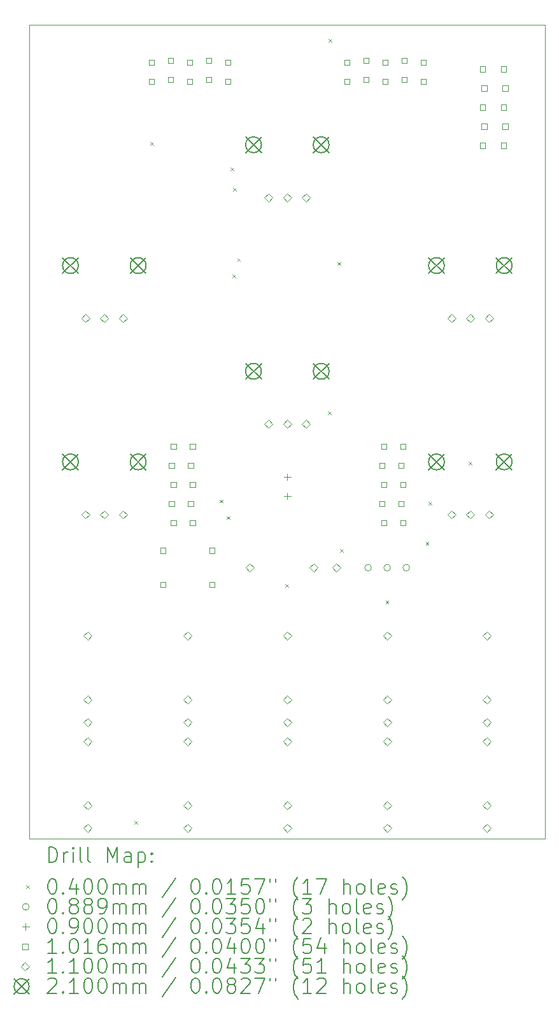
<source format=gbr>
%TF.GenerationSoftware,KiCad,Pcbnew,7.0.8*%
%TF.CreationDate,2024-02-25T22:02:10-05:00*%
%TF.ProjectId,lichen-dev-module,6c696368-656e-42d6-9465-762d6d6f6475,1.0*%
%TF.SameCoordinates,Original*%
%TF.FileFunction,Drillmap*%
%TF.FilePolarity,Positive*%
%FSLAX45Y45*%
G04 Gerber Fmt 4.5, Leading zero omitted, Abs format (unit mm)*
G04 Created by KiCad (PCBNEW 7.0.8) date 2024-02-25 22:02:10*
%MOMM*%
%LPD*%
G01*
G04 APERTURE LIST*
%ADD10C,0.100000*%
%ADD11C,0.200000*%
%ADD12C,0.040000*%
%ADD13C,0.088900*%
%ADD14C,0.090000*%
%ADD15C,0.101600*%
%ADD16C,0.110000*%
%ADD17C,0.210000*%
G04 APERTURE END LIST*
D10*
X10111000Y-11017000D02*
X16969000Y-11017000D01*
X16969000Y-21833000D01*
X10111000Y-21833000D01*
X10111000Y-11017000D01*
D11*
D12*
X11504000Y-21599000D02*
X11544000Y-21639000D01*
X11544000Y-21599000D02*
X11504000Y-21639000D01*
X11716000Y-12572000D02*
X11756000Y-12612000D01*
X11756000Y-12572000D02*
X11716000Y-12612000D01*
X12643000Y-17328000D02*
X12683000Y-17368000D01*
X12683000Y-17328000D02*
X12643000Y-17368000D01*
X12735000Y-17548000D02*
X12775000Y-17588000D01*
X12775000Y-17548000D02*
X12735000Y-17588000D01*
X12786000Y-12914000D02*
X12826000Y-12954000D01*
X12826000Y-12914000D02*
X12786000Y-12954000D01*
X12808000Y-14333000D02*
X12848000Y-14373000D01*
X12848000Y-14333000D02*
X12808000Y-14373000D01*
X12819000Y-13187000D02*
X12859000Y-13227000D01*
X12859000Y-13187000D02*
X12819000Y-13227000D01*
X12874000Y-14120000D02*
X12914000Y-14160000D01*
X12914000Y-14120000D02*
X12874000Y-14160000D01*
X13516000Y-18448000D02*
X13556000Y-18488000D01*
X13556000Y-18448000D02*
X13516000Y-18488000D01*
X14079000Y-16153000D02*
X14119000Y-16193000D01*
X14119000Y-16153000D02*
X14079000Y-16193000D01*
X14086000Y-11200000D02*
X14126000Y-11240000D01*
X14126000Y-11200000D02*
X14086000Y-11240000D01*
X14206000Y-14171000D02*
X14246000Y-14211000D01*
X14246000Y-14171000D02*
X14206000Y-14211000D01*
X14240000Y-17985000D02*
X14280000Y-18025000D01*
X14280000Y-17985000D02*
X14240000Y-18025000D01*
X14847000Y-18673000D02*
X14887000Y-18713000D01*
X14887000Y-18673000D02*
X14847000Y-18713000D01*
X15379000Y-17892000D02*
X15419000Y-17932000D01*
X15419000Y-17892000D02*
X15379000Y-17932000D01*
X15420000Y-17360000D02*
X15460000Y-17400000D01*
X15460000Y-17360000D02*
X15420000Y-17400000D01*
X15952000Y-16822000D02*
X15992000Y-16862000D01*
X15992000Y-16822000D02*
X15952000Y-16862000D01*
D13*
X14657950Y-18232100D02*
G75*
G03*
X14657950Y-18232100I-44450J0D01*
G01*
X14911950Y-18232100D02*
G75*
G03*
X14911950Y-18232100I-44450J0D01*
G01*
X15165950Y-18232100D02*
G75*
G03*
X15165950Y-18232100I-44450J0D01*
G01*
D14*
X13540000Y-16982400D02*
X13540000Y-17072400D01*
X13495000Y-17027400D02*
X13585000Y-17027400D01*
X13540000Y-17236400D02*
X13540000Y-17326400D01*
X13495000Y-17281400D02*
X13585000Y-17281400D01*
D15*
X11767921Y-11549921D02*
X11767921Y-11478079D01*
X11696079Y-11478079D01*
X11696079Y-11549921D01*
X11767921Y-11549921D01*
X11767921Y-11803921D02*
X11767921Y-11732079D01*
X11696079Y-11732079D01*
X11696079Y-11803921D01*
X11767921Y-11803921D01*
X11923301Y-18041961D02*
X11923301Y-17970119D01*
X11851459Y-17970119D01*
X11851459Y-18041961D01*
X11923301Y-18041961D01*
X11923301Y-18494081D02*
X11923301Y-18422239D01*
X11851459Y-18422239D01*
X11851459Y-18494081D01*
X11923301Y-18494081D01*
X12021921Y-11524521D02*
X12021921Y-11452679D01*
X11950079Y-11452679D01*
X11950079Y-11524521D01*
X12021921Y-11524521D01*
X12021921Y-11778521D02*
X12021921Y-11706679D01*
X11950079Y-11706679D01*
X11950079Y-11778521D01*
X12021921Y-11778521D01*
X12036221Y-16910221D02*
X12036221Y-16838379D01*
X11964379Y-16838379D01*
X11964379Y-16910221D01*
X12036221Y-16910221D01*
X12036221Y-17418221D02*
X12036221Y-17346379D01*
X11964379Y-17346379D01*
X11964379Y-17418221D01*
X12036221Y-17418221D01*
X12061621Y-16656221D02*
X12061621Y-16584379D01*
X11989779Y-16584379D01*
X11989779Y-16656221D01*
X12061621Y-16656221D01*
X12061621Y-17164221D02*
X12061621Y-17092379D01*
X11989779Y-17092379D01*
X11989779Y-17164221D01*
X12061621Y-17164221D01*
X12061621Y-17672221D02*
X12061621Y-17600379D01*
X11989779Y-17600379D01*
X11989779Y-17672221D01*
X12061621Y-17672221D01*
X12275921Y-11549921D02*
X12275921Y-11478079D01*
X12204079Y-11478079D01*
X12204079Y-11549921D01*
X12275921Y-11549921D01*
X12275921Y-11803921D02*
X12275921Y-11732079D01*
X12204079Y-11732079D01*
X12204079Y-11803921D01*
X12275921Y-11803921D01*
X12290221Y-16910221D02*
X12290221Y-16838379D01*
X12218379Y-16838379D01*
X12218379Y-16910221D01*
X12290221Y-16910221D01*
X12290221Y-17418221D02*
X12290221Y-17346379D01*
X12218379Y-17346379D01*
X12218379Y-17418221D01*
X12290221Y-17418221D01*
X12315621Y-16656221D02*
X12315621Y-16584379D01*
X12243779Y-16584379D01*
X12243779Y-16656221D01*
X12315621Y-16656221D01*
X12315621Y-17164221D02*
X12315621Y-17092379D01*
X12243779Y-17092379D01*
X12243779Y-17164221D01*
X12315621Y-17164221D01*
X12315621Y-17672221D02*
X12315621Y-17600379D01*
X12243779Y-17600379D01*
X12243779Y-17672221D01*
X12315621Y-17672221D01*
X12529921Y-11524521D02*
X12529921Y-11452679D01*
X12458079Y-11452679D01*
X12458079Y-11524521D01*
X12529921Y-11524521D01*
X12529921Y-11778521D02*
X12529921Y-11706679D01*
X12458079Y-11706679D01*
X12458079Y-11778521D01*
X12529921Y-11778521D01*
X12573541Y-18041961D02*
X12573541Y-17970119D01*
X12501699Y-17970119D01*
X12501699Y-18041961D01*
X12573541Y-18041961D01*
X12573541Y-18494081D02*
X12573541Y-18422239D01*
X12501699Y-18422239D01*
X12501699Y-18494081D01*
X12573541Y-18494081D01*
X12783921Y-11549921D02*
X12783921Y-11478079D01*
X12712079Y-11478079D01*
X12712079Y-11549921D01*
X12783921Y-11549921D01*
X12783921Y-11803921D02*
X12783921Y-11732079D01*
X12712079Y-11732079D01*
X12712079Y-11803921D01*
X12783921Y-11803921D01*
X14367921Y-11549921D02*
X14367921Y-11478079D01*
X14296079Y-11478079D01*
X14296079Y-11549921D01*
X14367921Y-11549921D01*
X14367921Y-11803921D02*
X14367921Y-11732079D01*
X14296079Y-11732079D01*
X14296079Y-11803921D01*
X14367921Y-11803921D01*
X14621921Y-11524521D02*
X14621921Y-11452679D01*
X14550079Y-11452679D01*
X14550079Y-11524521D01*
X14621921Y-11524521D01*
X14621921Y-11778521D02*
X14621921Y-11706679D01*
X14550079Y-11706679D01*
X14550079Y-11778521D01*
X14621921Y-11778521D01*
X14836221Y-16910221D02*
X14836221Y-16838379D01*
X14764379Y-16838379D01*
X14764379Y-16910221D01*
X14836221Y-16910221D01*
X14836221Y-17418221D02*
X14836221Y-17346379D01*
X14764379Y-17346379D01*
X14764379Y-17418221D01*
X14836221Y-17418221D01*
X14861621Y-16656221D02*
X14861621Y-16584379D01*
X14789779Y-16584379D01*
X14789779Y-16656221D01*
X14861621Y-16656221D01*
X14861621Y-17164221D02*
X14861621Y-17092379D01*
X14789779Y-17092379D01*
X14789779Y-17164221D01*
X14861621Y-17164221D01*
X14861621Y-17672221D02*
X14861621Y-17600379D01*
X14789779Y-17600379D01*
X14789779Y-17672221D01*
X14861621Y-17672221D01*
X14875921Y-11549921D02*
X14875921Y-11478079D01*
X14804079Y-11478079D01*
X14804079Y-11549921D01*
X14875921Y-11549921D01*
X14875921Y-11803921D02*
X14875921Y-11732079D01*
X14804079Y-11732079D01*
X14804079Y-11803921D01*
X14875921Y-11803921D01*
X15090221Y-16910221D02*
X15090221Y-16838379D01*
X15018379Y-16838379D01*
X15018379Y-16910221D01*
X15090221Y-16910221D01*
X15090221Y-17418221D02*
X15090221Y-17346379D01*
X15018379Y-17346379D01*
X15018379Y-17418221D01*
X15090221Y-17418221D01*
X15115621Y-16656221D02*
X15115621Y-16584379D01*
X15043779Y-16584379D01*
X15043779Y-16656221D01*
X15115621Y-16656221D01*
X15115621Y-17164221D02*
X15115621Y-17092379D01*
X15043779Y-17092379D01*
X15043779Y-17164221D01*
X15115621Y-17164221D01*
X15115621Y-17672221D02*
X15115621Y-17600379D01*
X15043779Y-17600379D01*
X15043779Y-17672221D01*
X15115621Y-17672221D01*
X15129921Y-11524521D02*
X15129921Y-11452679D01*
X15058079Y-11452679D01*
X15058079Y-11524521D01*
X15129921Y-11524521D01*
X15129921Y-11778521D02*
X15129921Y-11706679D01*
X15058079Y-11706679D01*
X15058079Y-11778521D01*
X15129921Y-11778521D01*
X15383921Y-11549921D02*
X15383921Y-11478079D01*
X15312079Y-11478079D01*
X15312079Y-11549921D01*
X15383921Y-11549921D01*
X15383921Y-11803921D02*
X15383921Y-11732079D01*
X15312079Y-11732079D01*
X15312079Y-11803921D01*
X15383921Y-11803921D01*
X16173521Y-11640921D02*
X16173521Y-11569079D01*
X16101679Y-11569079D01*
X16101679Y-11640921D01*
X16173521Y-11640921D01*
X16173521Y-12148921D02*
X16173521Y-12077079D01*
X16101679Y-12077079D01*
X16101679Y-12148921D01*
X16173521Y-12148921D01*
X16173521Y-12656921D02*
X16173521Y-12585079D01*
X16101679Y-12585079D01*
X16101679Y-12656921D01*
X16173521Y-12656921D01*
X16193841Y-11894921D02*
X16193841Y-11823079D01*
X16121999Y-11823079D01*
X16121999Y-11894921D01*
X16193841Y-11894921D01*
X16193841Y-12402921D02*
X16193841Y-12331079D01*
X16121999Y-12331079D01*
X16121999Y-12402921D01*
X16193841Y-12402921D01*
X16452921Y-11640921D02*
X16452921Y-11569079D01*
X16381079Y-11569079D01*
X16381079Y-11640921D01*
X16452921Y-11640921D01*
X16452921Y-12148921D02*
X16452921Y-12077079D01*
X16381079Y-12077079D01*
X16381079Y-12148921D01*
X16452921Y-12148921D01*
X16452921Y-12656921D02*
X16452921Y-12585079D01*
X16381079Y-12585079D01*
X16381079Y-12656921D01*
X16452921Y-12656921D01*
X16473241Y-11894921D02*
X16473241Y-11823079D01*
X16401399Y-11823079D01*
X16401399Y-11894921D01*
X16473241Y-11894921D01*
X16473241Y-12402921D02*
X16473241Y-12331079D01*
X16401399Y-12331079D01*
X16401399Y-12402921D01*
X16473241Y-12402921D01*
D16*
X10856300Y-14971300D02*
X10911300Y-14916300D01*
X10856300Y-14861300D01*
X10801300Y-14916300D01*
X10856300Y-14971300D01*
X10856300Y-17581500D02*
X10911300Y-17526500D01*
X10856300Y-17471500D01*
X10801300Y-17526500D01*
X10856300Y-17581500D01*
X10885000Y-19192500D02*
X10940000Y-19137500D01*
X10885000Y-19082500D01*
X10830000Y-19137500D01*
X10885000Y-19192500D01*
X10885000Y-20042500D02*
X10940000Y-19987500D01*
X10885000Y-19932500D01*
X10830000Y-19987500D01*
X10885000Y-20042500D01*
X10885000Y-20342500D02*
X10940000Y-20287500D01*
X10885000Y-20232500D01*
X10830000Y-20287500D01*
X10885000Y-20342500D01*
X10885000Y-20598000D02*
X10940000Y-20543000D01*
X10885000Y-20488000D01*
X10830000Y-20543000D01*
X10885000Y-20598000D01*
X10885000Y-21448000D02*
X10940000Y-21393000D01*
X10885000Y-21338000D01*
X10830000Y-21393000D01*
X10885000Y-21448000D01*
X10885000Y-21748000D02*
X10940000Y-21693000D01*
X10885000Y-21638000D01*
X10830000Y-21693000D01*
X10885000Y-21748000D01*
X11106300Y-14971300D02*
X11161300Y-14916300D01*
X11106300Y-14861300D01*
X11051300Y-14916300D01*
X11106300Y-14971300D01*
X11106300Y-17581500D02*
X11161300Y-17526500D01*
X11106300Y-17471500D01*
X11051300Y-17526500D01*
X11106300Y-17581500D01*
X11356300Y-14971300D02*
X11411300Y-14916300D01*
X11356300Y-14861300D01*
X11301300Y-14916300D01*
X11356300Y-14971300D01*
X11356300Y-17581500D02*
X11411300Y-17526500D01*
X11356300Y-17471500D01*
X11301300Y-17526500D01*
X11356300Y-17581500D01*
X12212500Y-19192500D02*
X12267500Y-19137500D01*
X12212500Y-19082500D01*
X12157500Y-19137500D01*
X12212500Y-19192500D01*
X12212500Y-20042500D02*
X12267500Y-19987500D01*
X12212500Y-19932500D01*
X12157500Y-19987500D01*
X12212500Y-20042500D01*
X12212500Y-20342500D02*
X12267500Y-20287500D01*
X12212500Y-20232500D01*
X12157500Y-20287500D01*
X12212500Y-20342500D01*
X12212500Y-20598000D02*
X12267500Y-20543000D01*
X12212500Y-20488000D01*
X12157500Y-20543000D01*
X12212500Y-20598000D01*
X12212500Y-21448000D02*
X12267500Y-21393000D01*
X12212500Y-21338000D01*
X12157500Y-21393000D01*
X12212500Y-21448000D01*
X12212500Y-21748000D02*
X12267500Y-21693000D01*
X12212500Y-21638000D01*
X12157500Y-21693000D01*
X12212500Y-21748000D01*
X13040000Y-18287100D02*
X13095000Y-18232100D01*
X13040000Y-18177100D01*
X12985000Y-18232100D01*
X13040000Y-18287100D01*
X13290000Y-13365200D02*
X13345000Y-13310200D01*
X13290000Y-13255200D01*
X13235000Y-13310200D01*
X13290000Y-13365200D01*
X13290000Y-16376900D02*
X13345000Y-16321900D01*
X13290000Y-16266900D01*
X13235000Y-16321900D01*
X13290000Y-16376900D01*
X13540000Y-13365200D02*
X13595000Y-13310200D01*
X13540000Y-13255200D01*
X13485000Y-13310200D01*
X13540000Y-13365200D01*
X13540000Y-16376900D02*
X13595000Y-16321900D01*
X13540000Y-16266900D01*
X13485000Y-16321900D01*
X13540000Y-16376900D01*
X13540000Y-19192500D02*
X13595000Y-19137500D01*
X13540000Y-19082500D01*
X13485000Y-19137500D01*
X13540000Y-19192500D01*
X13540000Y-20042500D02*
X13595000Y-19987500D01*
X13540000Y-19932500D01*
X13485000Y-19987500D01*
X13540000Y-20042500D01*
X13540000Y-20342500D02*
X13595000Y-20287500D01*
X13540000Y-20232500D01*
X13485000Y-20287500D01*
X13540000Y-20342500D01*
X13540000Y-20598000D02*
X13595000Y-20543000D01*
X13540000Y-20488000D01*
X13485000Y-20543000D01*
X13540000Y-20598000D01*
X13540000Y-21448000D02*
X13595000Y-21393000D01*
X13540000Y-21338000D01*
X13485000Y-21393000D01*
X13540000Y-21448000D01*
X13540000Y-21748000D02*
X13595000Y-21693000D01*
X13540000Y-21638000D01*
X13485000Y-21693000D01*
X13540000Y-21748000D01*
X13790000Y-13365200D02*
X13845000Y-13310200D01*
X13790000Y-13255200D01*
X13735000Y-13310200D01*
X13790000Y-13365200D01*
X13790000Y-16376900D02*
X13845000Y-16321900D01*
X13790000Y-16266900D01*
X13735000Y-16321900D01*
X13790000Y-16376900D01*
X13890000Y-18287100D02*
X13945000Y-18232100D01*
X13890000Y-18177100D01*
X13835000Y-18232100D01*
X13890000Y-18287100D01*
X14190000Y-18287100D02*
X14245000Y-18232100D01*
X14190000Y-18177100D01*
X14135000Y-18232100D01*
X14190000Y-18287100D01*
X14867500Y-19192500D02*
X14922500Y-19137500D01*
X14867500Y-19082500D01*
X14812500Y-19137500D01*
X14867500Y-19192500D01*
X14867500Y-20042500D02*
X14922500Y-19987500D01*
X14867500Y-19932500D01*
X14812500Y-19987500D01*
X14867500Y-20042500D01*
X14867500Y-20342500D02*
X14922500Y-20287500D01*
X14867500Y-20232500D01*
X14812500Y-20287500D01*
X14867500Y-20342500D01*
X14867500Y-20598000D02*
X14922500Y-20543000D01*
X14867500Y-20488000D01*
X14812500Y-20543000D01*
X14867500Y-20598000D01*
X14867500Y-21448000D02*
X14922500Y-21393000D01*
X14867500Y-21338000D01*
X14812500Y-21393000D01*
X14867500Y-21448000D01*
X14867500Y-21748000D02*
X14922500Y-21693000D01*
X14867500Y-21638000D01*
X14812500Y-21693000D01*
X14867500Y-21748000D01*
X15723700Y-14971300D02*
X15778700Y-14916300D01*
X15723700Y-14861300D01*
X15668700Y-14916300D01*
X15723700Y-14971300D01*
X15723700Y-17581500D02*
X15778700Y-17526500D01*
X15723700Y-17471500D01*
X15668700Y-17526500D01*
X15723700Y-17581500D01*
X15973700Y-14971300D02*
X16028700Y-14916300D01*
X15973700Y-14861300D01*
X15918700Y-14916300D01*
X15973700Y-14971300D01*
X15973700Y-17581500D02*
X16028700Y-17526500D01*
X15973700Y-17471500D01*
X15918700Y-17526500D01*
X15973700Y-17581500D01*
X16195000Y-19192500D02*
X16250000Y-19137500D01*
X16195000Y-19082500D01*
X16140000Y-19137500D01*
X16195000Y-19192500D01*
X16195000Y-20042500D02*
X16250000Y-19987500D01*
X16195000Y-19932500D01*
X16140000Y-19987500D01*
X16195000Y-20042500D01*
X16195000Y-20342500D02*
X16250000Y-20287500D01*
X16195000Y-20232500D01*
X16140000Y-20287500D01*
X16195000Y-20342500D01*
X16195000Y-20598000D02*
X16250000Y-20543000D01*
X16195000Y-20488000D01*
X16140000Y-20543000D01*
X16195000Y-20598000D01*
X16195000Y-21448000D02*
X16250000Y-21393000D01*
X16195000Y-21338000D01*
X16140000Y-21393000D01*
X16195000Y-21448000D01*
X16195000Y-21748000D02*
X16250000Y-21693000D01*
X16195000Y-21638000D01*
X16140000Y-21693000D01*
X16195000Y-21748000D01*
X16223700Y-14971300D02*
X16278700Y-14916300D01*
X16223700Y-14861300D01*
X16168700Y-14916300D01*
X16223700Y-14971300D01*
X16223700Y-17581500D02*
X16278700Y-17526500D01*
X16223700Y-17471500D01*
X16168700Y-17526500D01*
X16223700Y-17581500D01*
D17*
X10551300Y-14111300D02*
X10761300Y-14321300D01*
X10761300Y-14111300D02*
X10551300Y-14321300D01*
X10761300Y-14216300D02*
G75*
G03*
X10761300Y-14216300I-105000J0D01*
G01*
X10551300Y-16721500D02*
X10761300Y-16931500D01*
X10761300Y-16721500D02*
X10551300Y-16931500D01*
X10761300Y-16826500D02*
G75*
G03*
X10761300Y-16826500I-105000J0D01*
G01*
X11451300Y-14111300D02*
X11661300Y-14321300D01*
X11661300Y-14111300D02*
X11451300Y-14321300D01*
X11661300Y-14216300D02*
G75*
G03*
X11661300Y-14216300I-105000J0D01*
G01*
X11451300Y-16721500D02*
X11661300Y-16931500D01*
X11661300Y-16721500D02*
X11451300Y-16931500D01*
X11661300Y-16826500D02*
G75*
G03*
X11661300Y-16826500I-105000J0D01*
G01*
X12985000Y-12505200D02*
X13195000Y-12715200D01*
X13195000Y-12505200D02*
X12985000Y-12715200D01*
X13195000Y-12610200D02*
G75*
G03*
X13195000Y-12610200I-105000J0D01*
G01*
X12985000Y-15516900D02*
X13195000Y-15726900D01*
X13195000Y-15516900D02*
X12985000Y-15726900D01*
X13195000Y-15621900D02*
G75*
G03*
X13195000Y-15621900I-105000J0D01*
G01*
X13885000Y-12505200D02*
X14095000Y-12715200D01*
X14095000Y-12505200D02*
X13885000Y-12715200D01*
X14095000Y-12610200D02*
G75*
G03*
X14095000Y-12610200I-105000J0D01*
G01*
X13885000Y-15516900D02*
X14095000Y-15726900D01*
X14095000Y-15516900D02*
X13885000Y-15726900D01*
X14095000Y-15621900D02*
G75*
G03*
X14095000Y-15621900I-105000J0D01*
G01*
X15418700Y-14111300D02*
X15628700Y-14321300D01*
X15628700Y-14111300D02*
X15418700Y-14321300D01*
X15628700Y-14216300D02*
G75*
G03*
X15628700Y-14216300I-105000J0D01*
G01*
X15418700Y-16721500D02*
X15628700Y-16931500D01*
X15628700Y-16721500D02*
X15418700Y-16931500D01*
X15628700Y-16826500D02*
G75*
G03*
X15628700Y-16826500I-105000J0D01*
G01*
X16318700Y-14111300D02*
X16528700Y-14321300D01*
X16528700Y-14111300D02*
X16318700Y-14321300D01*
X16528700Y-14216300D02*
G75*
G03*
X16528700Y-14216300I-105000J0D01*
G01*
X16318700Y-16721500D02*
X16528700Y-16931500D01*
X16528700Y-16721500D02*
X16318700Y-16931500D01*
X16528700Y-16826500D02*
G75*
G03*
X16528700Y-16826500I-105000J0D01*
G01*
D11*
X10366777Y-22149484D02*
X10366777Y-21949484D01*
X10366777Y-21949484D02*
X10414396Y-21949484D01*
X10414396Y-21949484D02*
X10442967Y-21959008D01*
X10442967Y-21959008D02*
X10462015Y-21978055D01*
X10462015Y-21978055D02*
X10471539Y-21997103D01*
X10471539Y-21997103D02*
X10481063Y-22035198D01*
X10481063Y-22035198D02*
X10481063Y-22063770D01*
X10481063Y-22063770D02*
X10471539Y-22101865D01*
X10471539Y-22101865D02*
X10462015Y-22120912D01*
X10462015Y-22120912D02*
X10442967Y-22139960D01*
X10442967Y-22139960D02*
X10414396Y-22149484D01*
X10414396Y-22149484D02*
X10366777Y-22149484D01*
X10566777Y-22149484D02*
X10566777Y-22016150D01*
X10566777Y-22054246D02*
X10576301Y-22035198D01*
X10576301Y-22035198D02*
X10585824Y-22025674D01*
X10585824Y-22025674D02*
X10604872Y-22016150D01*
X10604872Y-22016150D02*
X10623920Y-22016150D01*
X10690586Y-22149484D02*
X10690586Y-22016150D01*
X10690586Y-21949484D02*
X10681063Y-21959008D01*
X10681063Y-21959008D02*
X10690586Y-21968531D01*
X10690586Y-21968531D02*
X10700110Y-21959008D01*
X10700110Y-21959008D02*
X10690586Y-21949484D01*
X10690586Y-21949484D02*
X10690586Y-21968531D01*
X10814396Y-22149484D02*
X10795348Y-22139960D01*
X10795348Y-22139960D02*
X10785824Y-22120912D01*
X10785824Y-22120912D02*
X10785824Y-21949484D01*
X10919158Y-22149484D02*
X10900110Y-22139960D01*
X10900110Y-22139960D02*
X10890586Y-22120912D01*
X10890586Y-22120912D02*
X10890586Y-21949484D01*
X11147729Y-22149484D02*
X11147729Y-21949484D01*
X11147729Y-21949484D02*
X11214396Y-22092341D01*
X11214396Y-22092341D02*
X11281062Y-21949484D01*
X11281062Y-21949484D02*
X11281062Y-22149484D01*
X11462015Y-22149484D02*
X11462015Y-22044722D01*
X11462015Y-22044722D02*
X11452491Y-22025674D01*
X11452491Y-22025674D02*
X11433443Y-22016150D01*
X11433443Y-22016150D02*
X11395348Y-22016150D01*
X11395348Y-22016150D02*
X11376301Y-22025674D01*
X11462015Y-22139960D02*
X11442967Y-22149484D01*
X11442967Y-22149484D02*
X11395348Y-22149484D01*
X11395348Y-22149484D02*
X11376301Y-22139960D01*
X11376301Y-22139960D02*
X11366777Y-22120912D01*
X11366777Y-22120912D02*
X11366777Y-22101865D01*
X11366777Y-22101865D02*
X11376301Y-22082817D01*
X11376301Y-22082817D02*
X11395348Y-22073293D01*
X11395348Y-22073293D02*
X11442967Y-22073293D01*
X11442967Y-22073293D02*
X11462015Y-22063770D01*
X11557253Y-22016150D02*
X11557253Y-22216150D01*
X11557253Y-22025674D02*
X11576301Y-22016150D01*
X11576301Y-22016150D02*
X11614396Y-22016150D01*
X11614396Y-22016150D02*
X11633443Y-22025674D01*
X11633443Y-22025674D02*
X11642967Y-22035198D01*
X11642967Y-22035198D02*
X11652491Y-22054246D01*
X11652491Y-22054246D02*
X11652491Y-22111389D01*
X11652491Y-22111389D02*
X11642967Y-22130436D01*
X11642967Y-22130436D02*
X11633443Y-22139960D01*
X11633443Y-22139960D02*
X11614396Y-22149484D01*
X11614396Y-22149484D02*
X11576301Y-22149484D01*
X11576301Y-22149484D02*
X11557253Y-22139960D01*
X11738205Y-22130436D02*
X11747729Y-22139960D01*
X11747729Y-22139960D02*
X11738205Y-22149484D01*
X11738205Y-22149484D02*
X11728682Y-22139960D01*
X11728682Y-22139960D02*
X11738205Y-22130436D01*
X11738205Y-22130436D02*
X11738205Y-22149484D01*
X11738205Y-22025674D02*
X11747729Y-22035198D01*
X11747729Y-22035198D02*
X11738205Y-22044722D01*
X11738205Y-22044722D02*
X11728682Y-22035198D01*
X11728682Y-22035198D02*
X11738205Y-22025674D01*
X11738205Y-22025674D02*
X11738205Y-22044722D01*
D12*
X10066000Y-22458000D02*
X10106000Y-22498000D01*
X10106000Y-22458000D02*
X10066000Y-22498000D01*
D11*
X10404872Y-22369484D02*
X10423920Y-22369484D01*
X10423920Y-22369484D02*
X10442967Y-22379008D01*
X10442967Y-22379008D02*
X10452491Y-22388531D01*
X10452491Y-22388531D02*
X10462015Y-22407579D01*
X10462015Y-22407579D02*
X10471539Y-22445674D01*
X10471539Y-22445674D02*
X10471539Y-22493293D01*
X10471539Y-22493293D02*
X10462015Y-22531388D01*
X10462015Y-22531388D02*
X10452491Y-22550436D01*
X10452491Y-22550436D02*
X10442967Y-22559960D01*
X10442967Y-22559960D02*
X10423920Y-22569484D01*
X10423920Y-22569484D02*
X10404872Y-22569484D01*
X10404872Y-22569484D02*
X10385824Y-22559960D01*
X10385824Y-22559960D02*
X10376301Y-22550436D01*
X10376301Y-22550436D02*
X10366777Y-22531388D01*
X10366777Y-22531388D02*
X10357253Y-22493293D01*
X10357253Y-22493293D02*
X10357253Y-22445674D01*
X10357253Y-22445674D02*
X10366777Y-22407579D01*
X10366777Y-22407579D02*
X10376301Y-22388531D01*
X10376301Y-22388531D02*
X10385824Y-22379008D01*
X10385824Y-22379008D02*
X10404872Y-22369484D01*
X10557253Y-22550436D02*
X10566777Y-22559960D01*
X10566777Y-22559960D02*
X10557253Y-22569484D01*
X10557253Y-22569484D02*
X10547729Y-22559960D01*
X10547729Y-22559960D02*
X10557253Y-22550436D01*
X10557253Y-22550436D02*
X10557253Y-22569484D01*
X10738205Y-22436150D02*
X10738205Y-22569484D01*
X10690586Y-22359960D02*
X10642967Y-22502817D01*
X10642967Y-22502817D02*
X10766777Y-22502817D01*
X10881063Y-22369484D02*
X10900110Y-22369484D01*
X10900110Y-22369484D02*
X10919158Y-22379008D01*
X10919158Y-22379008D02*
X10928682Y-22388531D01*
X10928682Y-22388531D02*
X10938205Y-22407579D01*
X10938205Y-22407579D02*
X10947729Y-22445674D01*
X10947729Y-22445674D02*
X10947729Y-22493293D01*
X10947729Y-22493293D02*
X10938205Y-22531388D01*
X10938205Y-22531388D02*
X10928682Y-22550436D01*
X10928682Y-22550436D02*
X10919158Y-22559960D01*
X10919158Y-22559960D02*
X10900110Y-22569484D01*
X10900110Y-22569484D02*
X10881063Y-22569484D01*
X10881063Y-22569484D02*
X10862015Y-22559960D01*
X10862015Y-22559960D02*
X10852491Y-22550436D01*
X10852491Y-22550436D02*
X10842967Y-22531388D01*
X10842967Y-22531388D02*
X10833444Y-22493293D01*
X10833444Y-22493293D02*
X10833444Y-22445674D01*
X10833444Y-22445674D02*
X10842967Y-22407579D01*
X10842967Y-22407579D02*
X10852491Y-22388531D01*
X10852491Y-22388531D02*
X10862015Y-22379008D01*
X10862015Y-22379008D02*
X10881063Y-22369484D01*
X11071539Y-22369484D02*
X11090586Y-22369484D01*
X11090586Y-22369484D02*
X11109634Y-22379008D01*
X11109634Y-22379008D02*
X11119158Y-22388531D01*
X11119158Y-22388531D02*
X11128682Y-22407579D01*
X11128682Y-22407579D02*
X11138205Y-22445674D01*
X11138205Y-22445674D02*
X11138205Y-22493293D01*
X11138205Y-22493293D02*
X11128682Y-22531388D01*
X11128682Y-22531388D02*
X11119158Y-22550436D01*
X11119158Y-22550436D02*
X11109634Y-22559960D01*
X11109634Y-22559960D02*
X11090586Y-22569484D01*
X11090586Y-22569484D02*
X11071539Y-22569484D01*
X11071539Y-22569484D02*
X11052491Y-22559960D01*
X11052491Y-22559960D02*
X11042967Y-22550436D01*
X11042967Y-22550436D02*
X11033444Y-22531388D01*
X11033444Y-22531388D02*
X11023920Y-22493293D01*
X11023920Y-22493293D02*
X11023920Y-22445674D01*
X11023920Y-22445674D02*
X11033444Y-22407579D01*
X11033444Y-22407579D02*
X11042967Y-22388531D01*
X11042967Y-22388531D02*
X11052491Y-22379008D01*
X11052491Y-22379008D02*
X11071539Y-22369484D01*
X11223920Y-22569484D02*
X11223920Y-22436150D01*
X11223920Y-22455198D02*
X11233443Y-22445674D01*
X11233443Y-22445674D02*
X11252491Y-22436150D01*
X11252491Y-22436150D02*
X11281063Y-22436150D01*
X11281063Y-22436150D02*
X11300110Y-22445674D01*
X11300110Y-22445674D02*
X11309634Y-22464722D01*
X11309634Y-22464722D02*
X11309634Y-22569484D01*
X11309634Y-22464722D02*
X11319158Y-22445674D01*
X11319158Y-22445674D02*
X11338205Y-22436150D01*
X11338205Y-22436150D02*
X11366777Y-22436150D01*
X11366777Y-22436150D02*
X11385824Y-22445674D01*
X11385824Y-22445674D02*
X11395348Y-22464722D01*
X11395348Y-22464722D02*
X11395348Y-22569484D01*
X11490586Y-22569484D02*
X11490586Y-22436150D01*
X11490586Y-22455198D02*
X11500110Y-22445674D01*
X11500110Y-22445674D02*
X11519158Y-22436150D01*
X11519158Y-22436150D02*
X11547729Y-22436150D01*
X11547729Y-22436150D02*
X11566777Y-22445674D01*
X11566777Y-22445674D02*
X11576301Y-22464722D01*
X11576301Y-22464722D02*
X11576301Y-22569484D01*
X11576301Y-22464722D02*
X11585824Y-22445674D01*
X11585824Y-22445674D02*
X11604872Y-22436150D01*
X11604872Y-22436150D02*
X11633443Y-22436150D01*
X11633443Y-22436150D02*
X11652491Y-22445674D01*
X11652491Y-22445674D02*
X11662015Y-22464722D01*
X11662015Y-22464722D02*
X11662015Y-22569484D01*
X12052491Y-22359960D02*
X11881063Y-22617103D01*
X12309634Y-22369484D02*
X12328682Y-22369484D01*
X12328682Y-22369484D02*
X12347729Y-22379008D01*
X12347729Y-22379008D02*
X12357253Y-22388531D01*
X12357253Y-22388531D02*
X12366777Y-22407579D01*
X12366777Y-22407579D02*
X12376301Y-22445674D01*
X12376301Y-22445674D02*
X12376301Y-22493293D01*
X12376301Y-22493293D02*
X12366777Y-22531388D01*
X12366777Y-22531388D02*
X12357253Y-22550436D01*
X12357253Y-22550436D02*
X12347729Y-22559960D01*
X12347729Y-22559960D02*
X12328682Y-22569484D01*
X12328682Y-22569484D02*
X12309634Y-22569484D01*
X12309634Y-22569484D02*
X12290586Y-22559960D01*
X12290586Y-22559960D02*
X12281063Y-22550436D01*
X12281063Y-22550436D02*
X12271539Y-22531388D01*
X12271539Y-22531388D02*
X12262015Y-22493293D01*
X12262015Y-22493293D02*
X12262015Y-22445674D01*
X12262015Y-22445674D02*
X12271539Y-22407579D01*
X12271539Y-22407579D02*
X12281063Y-22388531D01*
X12281063Y-22388531D02*
X12290586Y-22379008D01*
X12290586Y-22379008D02*
X12309634Y-22369484D01*
X12462015Y-22550436D02*
X12471539Y-22559960D01*
X12471539Y-22559960D02*
X12462015Y-22569484D01*
X12462015Y-22569484D02*
X12452491Y-22559960D01*
X12452491Y-22559960D02*
X12462015Y-22550436D01*
X12462015Y-22550436D02*
X12462015Y-22569484D01*
X12595348Y-22369484D02*
X12614396Y-22369484D01*
X12614396Y-22369484D02*
X12633444Y-22379008D01*
X12633444Y-22379008D02*
X12642967Y-22388531D01*
X12642967Y-22388531D02*
X12652491Y-22407579D01*
X12652491Y-22407579D02*
X12662015Y-22445674D01*
X12662015Y-22445674D02*
X12662015Y-22493293D01*
X12662015Y-22493293D02*
X12652491Y-22531388D01*
X12652491Y-22531388D02*
X12642967Y-22550436D01*
X12642967Y-22550436D02*
X12633444Y-22559960D01*
X12633444Y-22559960D02*
X12614396Y-22569484D01*
X12614396Y-22569484D02*
X12595348Y-22569484D01*
X12595348Y-22569484D02*
X12576301Y-22559960D01*
X12576301Y-22559960D02*
X12566777Y-22550436D01*
X12566777Y-22550436D02*
X12557253Y-22531388D01*
X12557253Y-22531388D02*
X12547729Y-22493293D01*
X12547729Y-22493293D02*
X12547729Y-22445674D01*
X12547729Y-22445674D02*
X12557253Y-22407579D01*
X12557253Y-22407579D02*
X12566777Y-22388531D01*
X12566777Y-22388531D02*
X12576301Y-22379008D01*
X12576301Y-22379008D02*
X12595348Y-22369484D01*
X12852491Y-22569484D02*
X12738206Y-22569484D01*
X12795348Y-22569484D02*
X12795348Y-22369484D01*
X12795348Y-22369484D02*
X12776301Y-22398055D01*
X12776301Y-22398055D02*
X12757253Y-22417103D01*
X12757253Y-22417103D02*
X12738206Y-22426627D01*
X13033444Y-22369484D02*
X12938206Y-22369484D01*
X12938206Y-22369484D02*
X12928682Y-22464722D01*
X12928682Y-22464722D02*
X12938206Y-22455198D01*
X12938206Y-22455198D02*
X12957253Y-22445674D01*
X12957253Y-22445674D02*
X13004872Y-22445674D01*
X13004872Y-22445674D02*
X13023920Y-22455198D01*
X13023920Y-22455198D02*
X13033444Y-22464722D01*
X13033444Y-22464722D02*
X13042967Y-22483769D01*
X13042967Y-22483769D02*
X13042967Y-22531388D01*
X13042967Y-22531388D02*
X13033444Y-22550436D01*
X13033444Y-22550436D02*
X13023920Y-22559960D01*
X13023920Y-22559960D02*
X13004872Y-22569484D01*
X13004872Y-22569484D02*
X12957253Y-22569484D01*
X12957253Y-22569484D02*
X12938206Y-22559960D01*
X12938206Y-22559960D02*
X12928682Y-22550436D01*
X13109634Y-22369484D02*
X13242967Y-22369484D01*
X13242967Y-22369484D02*
X13157253Y-22569484D01*
X13309634Y-22369484D02*
X13309634Y-22407579D01*
X13385825Y-22369484D02*
X13385825Y-22407579D01*
X13681063Y-22645674D02*
X13671539Y-22636150D01*
X13671539Y-22636150D02*
X13652491Y-22607579D01*
X13652491Y-22607579D02*
X13642968Y-22588531D01*
X13642968Y-22588531D02*
X13633444Y-22559960D01*
X13633444Y-22559960D02*
X13623920Y-22512341D01*
X13623920Y-22512341D02*
X13623920Y-22474246D01*
X13623920Y-22474246D02*
X13633444Y-22426627D01*
X13633444Y-22426627D02*
X13642968Y-22398055D01*
X13642968Y-22398055D02*
X13652491Y-22379008D01*
X13652491Y-22379008D02*
X13671539Y-22350436D01*
X13671539Y-22350436D02*
X13681063Y-22340912D01*
X13862015Y-22569484D02*
X13747729Y-22569484D01*
X13804872Y-22569484D02*
X13804872Y-22369484D01*
X13804872Y-22369484D02*
X13785825Y-22398055D01*
X13785825Y-22398055D02*
X13766777Y-22417103D01*
X13766777Y-22417103D02*
X13747729Y-22426627D01*
X13928682Y-22369484D02*
X14062015Y-22369484D01*
X14062015Y-22369484D02*
X13976301Y-22569484D01*
X14290587Y-22569484D02*
X14290587Y-22369484D01*
X14376301Y-22569484D02*
X14376301Y-22464722D01*
X14376301Y-22464722D02*
X14366777Y-22445674D01*
X14366777Y-22445674D02*
X14347730Y-22436150D01*
X14347730Y-22436150D02*
X14319158Y-22436150D01*
X14319158Y-22436150D02*
X14300110Y-22445674D01*
X14300110Y-22445674D02*
X14290587Y-22455198D01*
X14500110Y-22569484D02*
X14481063Y-22559960D01*
X14481063Y-22559960D02*
X14471539Y-22550436D01*
X14471539Y-22550436D02*
X14462015Y-22531388D01*
X14462015Y-22531388D02*
X14462015Y-22474246D01*
X14462015Y-22474246D02*
X14471539Y-22455198D01*
X14471539Y-22455198D02*
X14481063Y-22445674D01*
X14481063Y-22445674D02*
X14500110Y-22436150D01*
X14500110Y-22436150D02*
X14528682Y-22436150D01*
X14528682Y-22436150D02*
X14547730Y-22445674D01*
X14547730Y-22445674D02*
X14557253Y-22455198D01*
X14557253Y-22455198D02*
X14566777Y-22474246D01*
X14566777Y-22474246D02*
X14566777Y-22531388D01*
X14566777Y-22531388D02*
X14557253Y-22550436D01*
X14557253Y-22550436D02*
X14547730Y-22559960D01*
X14547730Y-22559960D02*
X14528682Y-22569484D01*
X14528682Y-22569484D02*
X14500110Y-22569484D01*
X14681063Y-22569484D02*
X14662015Y-22559960D01*
X14662015Y-22559960D02*
X14652491Y-22540912D01*
X14652491Y-22540912D02*
X14652491Y-22369484D01*
X14833444Y-22559960D02*
X14814396Y-22569484D01*
X14814396Y-22569484D02*
X14776301Y-22569484D01*
X14776301Y-22569484D02*
X14757253Y-22559960D01*
X14757253Y-22559960D02*
X14747730Y-22540912D01*
X14747730Y-22540912D02*
X14747730Y-22464722D01*
X14747730Y-22464722D02*
X14757253Y-22445674D01*
X14757253Y-22445674D02*
X14776301Y-22436150D01*
X14776301Y-22436150D02*
X14814396Y-22436150D01*
X14814396Y-22436150D02*
X14833444Y-22445674D01*
X14833444Y-22445674D02*
X14842968Y-22464722D01*
X14842968Y-22464722D02*
X14842968Y-22483769D01*
X14842968Y-22483769D02*
X14747730Y-22502817D01*
X14919158Y-22559960D02*
X14938206Y-22569484D01*
X14938206Y-22569484D02*
X14976301Y-22569484D01*
X14976301Y-22569484D02*
X14995349Y-22559960D01*
X14995349Y-22559960D02*
X15004872Y-22540912D01*
X15004872Y-22540912D02*
X15004872Y-22531388D01*
X15004872Y-22531388D02*
X14995349Y-22512341D01*
X14995349Y-22512341D02*
X14976301Y-22502817D01*
X14976301Y-22502817D02*
X14947730Y-22502817D01*
X14947730Y-22502817D02*
X14928682Y-22493293D01*
X14928682Y-22493293D02*
X14919158Y-22474246D01*
X14919158Y-22474246D02*
X14919158Y-22464722D01*
X14919158Y-22464722D02*
X14928682Y-22445674D01*
X14928682Y-22445674D02*
X14947730Y-22436150D01*
X14947730Y-22436150D02*
X14976301Y-22436150D01*
X14976301Y-22436150D02*
X14995349Y-22445674D01*
X15071539Y-22645674D02*
X15081063Y-22636150D01*
X15081063Y-22636150D02*
X15100111Y-22607579D01*
X15100111Y-22607579D02*
X15109634Y-22588531D01*
X15109634Y-22588531D02*
X15119158Y-22559960D01*
X15119158Y-22559960D02*
X15128682Y-22512341D01*
X15128682Y-22512341D02*
X15128682Y-22474246D01*
X15128682Y-22474246D02*
X15119158Y-22426627D01*
X15119158Y-22426627D02*
X15109634Y-22398055D01*
X15109634Y-22398055D02*
X15100111Y-22379008D01*
X15100111Y-22379008D02*
X15081063Y-22350436D01*
X15081063Y-22350436D02*
X15071539Y-22340912D01*
D13*
X10106000Y-22742000D02*
G75*
G03*
X10106000Y-22742000I-44450J0D01*
G01*
D11*
X10404872Y-22633484D02*
X10423920Y-22633484D01*
X10423920Y-22633484D02*
X10442967Y-22643008D01*
X10442967Y-22643008D02*
X10452491Y-22652531D01*
X10452491Y-22652531D02*
X10462015Y-22671579D01*
X10462015Y-22671579D02*
X10471539Y-22709674D01*
X10471539Y-22709674D02*
X10471539Y-22757293D01*
X10471539Y-22757293D02*
X10462015Y-22795388D01*
X10462015Y-22795388D02*
X10452491Y-22814436D01*
X10452491Y-22814436D02*
X10442967Y-22823960D01*
X10442967Y-22823960D02*
X10423920Y-22833484D01*
X10423920Y-22833484D02*
X10404872Y-22833484D01*
X10404872Y-22833484D02*
X10385824Y-22823960D01*
X10385824Y-22823960D02*
X10376301Y-22814436D01*
X10376301Y-22814436D02*
X10366777Y-22795388D01*
X10366777Y-22795388D02*
X10357253Y-22757293D01*
X10357253Y-22757293D02*
X10357253Y-22709674D01*
X10357253Y-22709674D02*
X10366777Y-22671579D01*
X10366777Y-22671579D02*
X10376301Y-22652531D01*
X10376301Y-22652531D02*
X10385824Y-22643008D01*
X10385824Y-22643008D02*
X10404872Y-22633484D01*
X10557253Y-22814436D02*
X10566777Y-22823960D01*
X10566777Y-22823960D02*
X10557253Y-22833484D01*
X10557253Y-22833484D02*
X10547729Y-22823960D01*
X10547729Y-22823960D02*
X10557253Y-22814436D01*
X10557253Y-22814436D02*
X10557253Y-22833484D01*
X10681063Y-22719198D02*
X10662015Y-22709674D01*
X10662015Y-22709674D02*
X10652491Y-22700150D01*
X10652491Y-22700150D02*
X10642967Y-22681103D01*
X10642967Y-22681103D02*
X10642967Y-22671579D01*
X10642967Y-22671579D02*
X10652491Y-22652531D01*
X10652491Y-22652531D02*
X10662015Y-22643008D01*
X10662015Y-22643008D02*
X10681063Y-22633484D01*
X10681063Y-22633484D02*
X10719158Y-22633484D01*
X10719158Y-22633484D02*
X10738205Y-22643008D01*
X10738205Y-22643008D02*
X10747729Y-22652531D01*
X10747729Y-22652531D02*
X10757253Y-22671579D01*
X10757253Y-22671579D02*
X10757253Y-22681103D01*
X10757253Y-22681103D02*
X10747729Y-22700150D01*
X10747729Y-22700150D02*
X10738205Y-22709674D01*
X10738205Y-22709674D02*
X10719158Y-22719198D01*
X10719158Y-22719198D02*
X10681063Y-22719198D01*
X10681063Y-22719198D02*
X10662015Y-22728722D01*
X10662015Y-22728722D02*
X10652491Y-22738246D01*
X10652491Y-22738246D02*
X10642967Y-22757293D01*
X10642967Y-22757293D02*
X10642967Y-22795388D01*
X10642967Y-22795388D02*
X10652491Y-22814436D01*
X10652491Y-22814436D02*
X10662015Y-22823960D01*
X10662015Y-22823960D02*
X10681063Y-22833484D01*
X10681063Y-22833484D02*
X10719158Y-22833484D01*
X10719158Y-22833484D02*
X10738205Y-22823960D01*
X10738205Y-22823960D02*
X10747729Y-22814436D01*
X10747729Y-22814436D02*
X10757253Y-22795388D01*
X10757253Y-22795388D02*
X10757253Y-22757293D01*
X10757253Y-22757293D02*
X10747729Y-22738246D01*
X10747729Y-22738246D02*
X10738205Y-22728722D01*
X10738205Y-22728722D02*
X10719158Y-22719198D01*
X10871539Y-22719198D02*
X10852491Y-22709674D01*
X10852491Y-22709674D02*
X10842967Y-22700150D01*
X10842967Y-22700150D02*
X10833444Y-22681103D01*
X10833444Y-22681103D02*
X10833444Y-22671579D01*
X10833444Y-22671579D02*
X10842967Y-22652531D01*
X10842967Y-22652531D02*
X10852491Y-22643008D01*
X10852491Y-22643008D02*
X10871539Y-22633484D01*
X10871539Y-22633484D02*
X10909634Y-22633484D01*
X10909634Y-22633484D02*
X10928682Y-22643008D01*
X10928682Y-22643008D02*
X10938205Y-22652531D01*
X10938205Y-22652531D02*
X10947729Y-22671579D01*
X10947729Y-22671579D02*
X10947729Y-22681103D01*
X10947729Y-22681103D02*
X10938205Y-22700150D01*
X10938205Y-22700150D02*
X10928682Y-22709674D01*
X10928682Y-22709674D02*
X10909634Y-22719198D01*
X10909634Y-22719198D02*
X10871539Y-22719198D01*
X10871539Y-22719198D02*
X10852491Y-22728722D01*
X10852491Y-22728722D02*
X10842967Y-22738246D01*
X10842967Y-22738246D02*
X10833444Y-22757293D01*
X10833444Y-22757293D02*
X10833444Y-22795388D01*
X10833444Y-22795388D02*
X10842967Y-22814436D01*
X10842967Y-22814436D02*
X10852491Y-22823960D01*
X10852491Y-22823960D02*
X10871539Y-22833484D01*
X10871539Y-22833484D02*
X10909634Y-22833484D01*
X10909634Y-22833484D02*
X10928682Y-22823960D01*
X10928682Y-22823960D02*
X10938205Y-22814436D01*
X10938205Y-22814436D02*
X10947729Y-22795388D01*
X10947729Y-22795388D02*
X10947729Y-22757293D01*
X10947729Y-22757293D02*
X10938205Y-22738246D01*
X10938205Y-22738246D02*
X10928682Y-22728722D01*
X10928682Y-22728722D02*
X10909634Y-22719198D01*
X11042967Y-22833484D02*
X11081063Y-22833484D01*
X11081063Y-22833484D02*
X11100110Y-22823960D01*
X11100110Y-22823960D02*
X11109634Y-22814436D01*
X11109634Y-22814436D02*
X11128682Y-22785865D01*
X11128682Y-22785865D02*
X11138205Y-22747769D01*
X11138205Y-22747769D02*
X11138205Y-22671579D01*
X11138205Y-22671579D02*
X11128682Y-22652531D01*
X11128682Y-22652531D02*
X11119158Y-22643008D01*
X11119158Y-22643008D02*
X11100110Y-22633484D01*
X11100110Y-22633484D02*
X11062015Y-22633484D01*
X11062015Y-22633484D02*
X11042967Y-22643008D01*
X11042967Y-22643008D02*
X11033444Y-22652531D01*
X11033444Y-22652531D02*
X11023920Y-22671579D01*
X11023920Y-22671579D02*
X11023920Y-22719198D01*
X11023920Y-22719198D02*
X11033444Y-22738246D01*
X11033444Y-22738246D02*
X11042967Y-22747769D01*
X11042967Y-22747769D02*
X11062015Y-22757293D01*
X11062015Y-22757293D02*
X11100110Y-22757293D01*
X11100110Y-22757293D02*
X11119158Y-22747769D01*
X11119158Y-22747769D02*
X11128682Y-22738246D01*
X11128682Y-22738246D02*
X11138205Y-22719198D01*
X11223920Y-22833484D02*
X11223920Y-22700150D01*
X11223920Y-22719198D02*
X11233443Y-22709674D01*
X11233443Y-22709674D02*
X11252491Y-22700150D01*
X11252491Y-22700150D02*
X11281063Y-22700150D01*
X11281063Y-22700150D02*
X11300110Y-22709674D01*
X11300110Y-22709674D02*
X11309634Y-22728722D01*
X11309634Y-22728722D02*
X11309634Y-22833484D01*
X11309634Y-22728722D02*
X11319158Y-22709674D01*
X11319158Y-22709674D02*
X11338205Y-22700150D01*
X11338205Y-22700150D02*
X11366777Y-22700150D01*
X11366777Y-22700150D02*
X11385824Y-22709674D01*
X11385824Y-22709674D02*
X11395348Y-22728722D01*
X11395348Y-22728722D02*
X11395348Y-22833484D01*
X11490586Y-22833484D02*
X11490586Y-22700150D01*
X11490586Y-22719198D02*
X11500110Y-22709674D01*
X11500110Y-22709674D02*
X11519158Y-22700150D01*
X11519158Y-22700150D02*
X11547729Y-22700150D01*
X11547729Y-22700150D02*
X11566777Y-22709674D01*
X11566777Y-22709674D02*
X11576301Y-22728722D01*
X11576301Y-22728722D02*
X11576301Y-22833484D01*
X11576301Y-22728722D02*
X11585824Y-22709674D01*
X11585824Y-22709674D02*
X11604872Y-22700150D01*
X11604872Y-22700150D02*
X11633443Y-22700150D01*
X11633443Y-22700150D02*
X11652491Y-22709674D01*
X11652491Y-22709674D02*
X11662015Y-22728722D01*
X11662015Y-22728722D02*
X11662015Y-22833484D01*
X12052491Y-22623960D02*
X11881063Y-22881103D01*
X12309634Y-22633484D02*
X12328682Y-22633484D01*
X12328682Y-22633484D02*
X12347729Y-22643008D01*
X12347729Y-22643008D02*
X12357253Y-22652531D01*
X12357253Y-22652531D02*
X12366777Y-22671579D01*
X12366777Y-22671579D02*
X12376301Y-22709674D01*
X12376301Y-22709674D02*
X12376301Y-22757293D01*
X12376301Y-22757293D02*
X12366777Y-22795388D01*
X12366777Y-22795388D02*
X12357253Y-22814436D01*
X12357253Y-22814436D02*
X12347729Y-22823960D01*
X12347729Y-22823960D02*
X12328682Y-22833484D01*
X12328682Y-22833484D02*
X12309634Y-22833484D01*
X12309634Y-22833484D02*
X12290586Y-22823960D01*
X12290586Y-22823960D02*
X12281063Y-22814436D01*
X12281063Y-22814436D02*
X12271539Y-22795388D01*
X12271539Y-22795388D02*
X12262015Y-22757293D01*
X12262015Y-22757293D02*
X12262015Y-22709674D01*
X12262015Y-22709674D02*
X12271539Y-22671579D01*
X12271539Y-22671579D02*
X12281063Y-22652531D01*
X12281063Y-22652531D02*
X12290586Y-22643008D01*
X12290586Y-22643008D02*
X12309634Y-22633484D01*
X12462015Y-22814436D02*
X12471539Y-22823960D01*
X12471539Y-22823960D02*
X12462015Y-22833484D01*
X12462015Y-22833484D02*
X12452491Y-22823960D01*
X12452491Y-22823960D02*
X12462015Y-22814436D01*
X12462015Y-22814436D02*
X12462015Y-22833484D01*
X12595348Y-22633484D02*
X12614396Y-22633484D01*
X12614396Y-22633484D02*
X12633444Y-22643008D01*
X12633444Y-22643008D02*
X12642967Y-22652531D01*
X12642967Y-22652531D02*
X12652491Y-22671579D01*
X12652491Y-22671579D02*
X12662015Y-22709674D01*
X12662015Y-22709674D02*
X12662015Y-22757293D01*
X12662015Y-22757293D02*
X12652491Y-22795388D01*
X12652491Y-22795388D02*
X12642967Y-22814436D01*
X12642967Y-22814436D02*
X12633444Y-22823960D01*
X12633444Y-22823960D02*
X12614396Y-22833484D01*
X12614396Y-22833484D02*
X12595348Y-22833484D01*
X12595348Y-22833484D02*
X12576301Y-22823960D01*
X12576301Y-22823960D02*
X12566777Y-22814436D01*
X12566777Y-22814436D02*
X12557253Y-22795388D01*
X12557253Y-22795388D02*
X12547729Y-22757293D01*
X12547729Y-22757293D02*
X12547729Y-22709674D01*
X12547729Y-22709674D02*
X12557253Y-22671579D01*
X12557253Y-22671579D02*
X12566777Y-22652531D01*
X12566777Y-22652531D02*
X12576301Y-22643008D01*
X12576301Y-22643008D02*
X12595348Y-22633484D01*
X12728682Y-22633484D02*
X12852491Y-22633484D01*
X12852491Y-22633484D02*
X12785825Y-22709674D01*
X12785825Y-22709674D02*
X12814396Y-22709674D01*
X12814396Y-22709674D02*
X12833444Y-22719198D01*
X12833444Y-22719198D02*
X12842967Y-22728722D01*
X12842967Y-22728722D02*
X12852491Y-22747769D01*
X12852491Y-22747769D02*
X12852491Y-22795388D01*
X12852491Y-22795388D02*
X12842967Y-22814436D01*
X12842967Y-22814436D02*
X12833444Y-22823960D01*
X12833444Y-22823960D02*
X12814396Y-22833484D01*
X12814396Y-22833484D02*
X12757253Y-22833484D01*
X12757253Y-22833484D02*
X12738206Y-22823960D01*
X12738206Y-22823960D02*
X12728682Y-22814436D01*
X13033444Y-22633484D02*
X12938206Y-22633484D01*
X12938206Y-22633484D02*
X12928682Y-22728722D01*
X12928682Y-22728722D02*
X12938206Y-22719198D01*
X12938206Y-22719198D02*
X12957253Y-22709674D01*
X12957253Y-22709674D02*
X13004872Y-22709674D01*
X13004872Y-22709674D02*
X13023920Y-22719198D01*
X13023920Y-22719198D02*
X13033444Y-22728722D01*
X13033444Y-22728722D02*
X13042967Y-22747769D01*
X13042967Y-22747769D02*
X13042967Y-22795388D01*
X13042967Y-22795388D02*
X13033444Y-22814436D01*
X13033444Y-22814436D02*
X13023920Y-22823960D01*
X13023920Y-22823960D02*
X13004872Y-22833484D01*
X13004872Y-22833484D02*
X12957253Y-22833484D01*
X12957253Y-22833484D02*
X12938206Y-22823960D01*
X12938206Y-22823960D02*
X12928682Y-22814436D01*
X13166777Y-22633484D02*
X13185825Y-22633484D01*
X13185825Y-22633484D02*
X13204872Y-22643008D01*
X13204872Y-22643008D02*
X13214396Y-22652531D01*
X13214396Y-22652531D02*
X13223920Y-22671579D01*
X13223920Y-22671579D02*
X13233444Y-22709674D01*
X13233444Y-22709674D02*
X13233444Y-22757293D01*
X13233444Y-22757293D02*
X13223920Y-22795388D01*
X13223920Y-22795388D02*
X13214396Y-22814436D01*
X13214396Y-22814436D02*
X13204872Y-22823960D01*
X13204872Y-22823960D02*
X13185825Y-22833484D01*
X13185825Y-22833484D02*
X13166777Y-22833484D01*
X13166777Y-22833484D02*
X13147729Y-22823960D01*
X13147729Y-22823960D02*
X13138206Y-22814436D01*
X13138206Y-22814436D02*
X13128682Y-22795388D01*
X13128682Y-22795388D02*
X13119158Y-22757293D01*
X13119158Y-22757293D02*
X13119158Y-22709674D01*
X13119158Y-22709674D02*
X13128682Y-22671579D01*
X13128682Y-22671579D02*
X13138206Y-22652531D01*
X13138206Y-22652531D02*
X13147729Y-22643008D01*
X13147729Y-22643008D02*
X13166777Y-22633484D01*
X13309634Y-22633484D02*
X13309634Y-22671579D01*
X13385825Y-22633484D02*
X13385825Y-22671579D01*
X13681063Y-22909674D02*
X13671539Y-22900150D01*
X13671539Y-22900150D02*
X13652491Y-22871579D01*
X13652491Y-22871579D02*
X13642968Y-22852531D01*
X13642968Y-22852531D02*
X13633444Y-22823960D01*
X13633444Y-22823960D02*
X13623920Y-22776341D01*
X13623920Y-22776341D02*
X13623920Y-22738246D01*
X13623920Y-22738246D02*
X13633444Y-22690627D01*
X13633444Y-22690627D02*
X13642968Y-22662055D01*
X13642968Y-22662055D02*
X13652491Y-22643008D01*
X13652491Y-22643008D02*
X13671539Y-22614436D01*
X13671539Y-22614436D02*
X13681063Y-22604912D01*
X13738206Y-22633484D02*
X13862015Y-22633484D01*
X13862015Y-22633484D02*
X13795348Y-22709674D01*
X13795348Y-22709674D02*
X13823920Y-22709674D01*
X13823920Y-22709674D02*
X13842968Y-22719198D01*
X13842968Y-22719198D02*
X13852491Y-22728722D01*
X13852491Y-22728722D02*
X13862015Y-22747769D01*
X13862015Y-22747769D02*
X13862015Y-22795388D01*
X13862015Y-22795388D02*
X13852491Y-22814436D01*
X13852491Y-22814436D02*
X13842968Y-22823960D01*
X13842968Y-22823960D02*
X13823920Y-22833484D01*
X13823920Y-22833484D02*
X13766777Y-22833484D01*
X13766777Y-22833484D02*
X13747729Y-22823960D01*
X13747729Y-22823960D02*
X13738206Y-22814436D01*
X14100110Y-22833484D02*
X14100110Y-22633484D01*
X14185825Y-22833484D02*
X14185825Y-22728722D01*
X14185825Y-22728722D02*
X14176301Y-22709674D01*
X14176301Y-22709674D02*
X14157253Y-22700150D01*
X14157253Y-22700150D02*
X14128682Y-22700150D01*
X14128682Y-22700150D02*
X14109634Y-22709674D01*
X14109634Y-22709674D02*
X14100110Y-22719198D01*
X14309634Y-22833484D02*
X14290587Y-22823960D01*
X14290587Y-22823960D02*
X14281063Y-22814436D01*
X14281063Y-22814436D02*
X14271539Y-22795388D01*
X14271539Y-22795388D02*
X14271539Y-22738246D01*
X14271539Y-22738246D02*
X14281063Y-22719198D01*
X14281063Y-22719198D02*
X14290587Y-22709674D01*
X14290587Y-22709674D02*
X14309634Y-22700150D01*
X14309634Y-22700150D02*
X14338206Y-22700150D01*
X14338206Y-22700150D02*
X14357253Y-22709674D01*
X14357253Y-22709674D02*
X14366777Y-22719198D01*
X14366777Y-22719198D02*
X14376301Y-22738246D01*
X14376301Y-22738246D02*
X14376301Y-22795388D01*
X14376301Y-22795388D02*
X14366777Y-22814436D01*
X14366777Y-22814436D02*
X14357253Y-22823960D01*
X14357253Y-22823960D02*
X14338206Y-22833484D01*
X14338206Y-22833484D02*
X14309634Y-22833484D01*
X14490587Y-22833484D02*
X14471539Y-22823960D01*
X14471539Y-22823960D02*
X14462015Y-22804912D01*
X14462015Y-22804912D02*
X14462015Y-22633484D01*
X14642968Y-22823960D02*
X14623920Y-22833484D01*
X14623920Y-22833484D02*
X14585825Y-22833484D01*
X14585825Y-22833484D02*
X14566777Y-22823960D01*
X14566777Y-22823960D02*
X14557253Y-22804912D01*
X14557253Y-22804912D02*
X14557253Y-22728722D01*
X14557253Y-22728722D02*
X14566777Y-22709674D01*
X14566777Y-22709674D02*
X14585825Y-22700150D01*
X14585825Y-22700150D02*
X14623920Y-22700150D01*
X14623920Y-22700150D02*
X14642968Y-22709674D01*
X14642968Y-22709674D02*
X14652491Y-22728722D01*
X14652491Y-22728722D02*
X14652491Y-22747769D01*
X14652491Y-22747769D02*
X14557253Y-22766817D01*
X14728682Y-22823960D02*
X14747730Y-22833484D01*
X14747730Y-22833484D02*
X14785825Y-22833484D01*
X14785825Y-22833484D02*
X14804872Y-22823960D01*
X14804872Y-22823960D02*
X14814396Y-22804912D01*
X14814396Y-22804912D02*
X14814396Y-22795388D01*
X14814396Y-22795388D02*
X14804872Y-22776341D01*
X14804872Y-22776341D02*
X14785825Y-22766817D01*
X14785825Y-22766817D02*
X14757253Y-22766817D01*
X14757253Y-22766817D02*
X14738206Y-22757293D01*
X14738206Y-22757293D02*
X14728682Y-22738246D01*
X14728682Y-22738246D02*
X14728682Y-22728722D01*
X14728682Y-22728722D02*
X14738206Y-22709674D01*
X14738206Y-22709674D02*
X14757253Y-22700150D01*
X14757253Y-22700150D02*
X14785825Y-22700150D01*
X14785825Y-22700150D02*
X14804872Y-22709674D01*
X14881063Y-22909674D02*
X14890587Y-22900150D01*
X14890587Y-22900150D02*
X14909634Y-22871579D01*
X14909634Y-22871579D02*
X14919158Y-22852531D01*
X14919158Y-22852531D02*
X14928682Y-22823960D01*
X14928682Y-22823960D02*
X14938206Y-22776341D01*
X14938206Y-22776341D02*
X14938206Y-22738246D01*
X14938206Y-22738246D02*
X14928682Y-22690627D01*
X14928682Y-22690627D02*
X14919158Y-22662055D01*
X14919158Y-22662055D02*
X14909634Y-22643008D01*
X14909634Y-22643008D02*
X14890587Y-22614436D01*
X14890587Y-22614436D02*
X14881063Y-22604912D01*
D14*
X10061000Y-22961000D02*
X10061000Y-23051000D01*
X10016000Y-23006000D02*
X10106000Y-23006000D01*
D11*
X10404872Y-22897484D02*
X10423920Y-22897484D01*
X10423920Y-22897484D02*
X10442967Y-22907008D01*
X10442967Y-22907008D02*
X10452491Y-22916531D01*
X10452491Y-22916531D02*
X10462015Y-22935579D01*
X10462015Y-22935579D02*
X10471539Y-22973674D01*
X10471539Y-22973674D02*
X10471539Y-23021293D01*
X10471539Y-23021293D02*
X10462015Y-23059388D01*
X10462015Y-23059388D02*
X10452491Y-23078436D01*
X10452491Y-23078436D02*
X10442967Y-23087960D01*
X10442967Y-23087960D02*
X10423920Y-23097484D01*
X10423920Y-23097484D02*
X10404872Y-23097484D01*
X10404872Y-23097484D02*
X10385824Y-23087960D01*
X10385824Y-23087960D02*
X10376301Y-23078436D01*
X10376301Y-23078436D02*
X10366777Y-23059388D01*
X10366777Y-23059388D02*
X10357253Y-23021293D01*
X10357253Y-23021293D02*
X10357253Y-22973674D01*
X10357253Y-22973674D02*
X10366777Y-22935579D01*
X10366777Y-22935579D02*
X10376301Y-22916531D01*
X10376301Y-22916531D02*
X10385824Y-22907008D01*
X10385824Y-22907008D02*
X10404872Y-22897484D01*
X10557253Y-23078436D02*
X10566777Y-23087960D01*
X10566777Y-23087960D02*
X10557253Y-23097484D01*
X10557253Y-23097484D02*
X10547729Y-23087960D01*
X10547729Y-23087960D02*
X10557253Y-23078436D01*
X10557253Y-23078436D02*
X10557253Y-23097484D01*
X10662015Y-23097484D02*
X10700110Y-23097484D01*
X10700110Y-23097484D02*
X10719158Y-23087960D01*
X10719158Y-23087960D02*
X10728682Y-23078436D01*
X10728682Y-23078436D02*
X10747729Y-23049865D01*
X10747729Y-23049865D02*
X10757253Y-23011769D01*
X10757253Y-23011769D02*
X10757253Y-22935579D01*
X10757253Y-22935579D02*
X10747729Y-22916531D01*
X10747729Y-22916531D02*
X10738205Y-22907008D01*
X10738205Y-22907008D02*
X10719158Y-22897484D01*
X10719158Y-22897484D02*
X10681063Y-22897484D01*
X10681063Y-22897484D02*
X10662015Y-22907008D01*
X10662015Y-22907008D02*
X10652491Y-22916531D01*
X10652491Y-22916531D02*
X10642967Y-22935579D01*
X10642967Y-22935579D02*
X10642967Y-22983198D01*
X10642967Y-22983198D02*
X10652491Y-23002246D01*
X10652491Y-23002246D02*
X10662015Y-23011769D01*
X10662015Y-23011769D02*
X10681063Y-23021293D01*
X10681063Y-23021293D02*
X10719158Y-23021293D01*
X10719158Y-23021293D02*
X10738205Y-23011769D01*
X10738205Y-23011769D02*
X10747729Y-23002246D01*
X10747729Y-23002246D02*
X10757253Y-22983198D01*
X10881063Y-22897484D02*
X10900110Y-22897484D01*
X10900110Y-22897484D02*
X10919158Y-22907008D01*
X10919158Y-22907008D02*
X10928682Y-22916531D01*
X10928682Y-22916531D02*
X10938205Y-22935579D01*
X10938205Y-22935579D02*
X10947729Y-22973674D01*
X10947729Y-22973674D02*
X10947729Y-23021293D01*
X10947729Y-23021293D02*
X10938205Y-23059388D01*
X10938205Y-23059388D02*
X10928682Y-23078436D01*
X10928682Y-23078436D02*
X10919158Y-23087960D01*
X10919158Y-23087960D02*
X10900110Y-23097484D01*
X10900110Y-23097484D02*
X10881063Y-23097484D01*
X10881063Y-23097484D02*
X10862015Y-23087960D01*
X10862015Y-23087960D02*
X10852491Y-23078436D01*
X10852491Y-23078436D02*
X10842967Y-23059388D01*
X10842967Y-23059388D02*
X10833444Y-23021293D01*
X10833444Y-23021293D02*
X10833444Y-22973674D01*
X10833444Y-22973674D02*
X10842967Y-22935579D01*
X10842967Y-22935579D02*
X10852491Y-22916531D01*
X10852491Y-22916531D02*
X10862015Y-22907008D01*
X10862015Y-22907008D02*
X10881063Y-22897484D01*
X11071539Y-22897484D02*
X11090586Y-22897484D01*
X11090586Y-22897484D02*
X11109634Y-22907008D01*
X11109634Y-22907008D02*
X11119158Y-22916531D01*
X11119158Y-22916531D02*
X11128682Y-22935579D01*
X11128682Y-22935579D02*
X11138205Y-22973674D01*
X11138205Y-22973674D02*
X11138205Y-23021293D01*
X11138205Y-23021293D02*
X11128682Y-23059388D01*
X11128682Y-23059388D02*
X11119158Y-23078436D01*
X11119158Y-23078436D02*
X11109634Y-23087960D01*
X11109634Y-23087960D02*
X11090586Y-23097484D01*
X11090586Y-23097484D02*
X11071539Y-23097484D01*
X11071539Y-23097484D02*
X11052491Y-23087960D01*
X11052491Y-23087960D02*
X11042967Y-23078436D01*
X11042967Y-23078436D02*
X11033444Y-23059388D01*
X11033444Y-23059388D02*
X11023920Y-23021293D01*
X11023920Y-23021293D02*
X11023920Y-22973674D01*
X11023920Y-22973674D02*
X11033444Y-22935579D01*
X11033444Y-22935579D02*
X11042967Y-22916531D01*
X11042967Y-22916531D02*
X11052491Y-22907008D01*
X11052491Y-22907008D02*
X11071539Y-22897484D01*
X11223920Y-23097484D02*
X11223920Y-22964150D01*
X11223920Y-22983198D02*
X11233443Y-22973674D01*
X11233443Y-22973674D02*
X11252491Y-22964150D01*
X11252491Y-22964150D02*
X11281063Y-22964150D01*
X11281063Y-22964150D02*
X11300110Y-22973674D01*
X11300110Y-22973674D02*
X11309634Y-22992722D01*
X11309634Y-22992722D02*
X11309634Y-23097484D01*
X11309634Y-22992722D02*
X11319158Y-22973674D01*
X11319158Y-22973674D02*
X11338205Y-22964150D01*
X11338205Y-22964150D02*
X11366777Y-22964150D01*
X11366777Y-22964150D02*
X11385824Y-22973674D01*
X11385824Y-22973674D02*
X11395348Y-22992722D01*
X11395348Y-22992722D02*
X11395348Y-23097484D01*
X11490586Y-23097484D02*
X11490586Y-22964150D01*
X11490586Y-22983198D02*
X11500110Y-22973674D01*
X11500110Y-22973674D02*
X11519158Y-22964150D01*
X11519158Y-22964150D02*
X11547729Y-22964150D01*
X11547729Y-22964150D02*
X11566777Y-22973674D01*
X11566777Y-22973674D02*
X11576301Y-22992722D01*
X11576301Y-22992722D02*
X11576301Y-23097484D01*
X11576301Y-22992722D02*
X11585824Y-22973674D01*
X11585824Y-22973674D02*
X11604872Y-22964150D01*
X11604872Y-22964150D02*
X11633443Y-22964150D01*
X11633443Y-22964150D02*
X11652491Y-22973674D01*
X11652491Y-22973674D02*
X11662015Y-22992722D01*
X11662015Y-22992722D02*
X11662015Y-23097484D01*
X12052491Y-22887960D02*
X11881063Y-23145103D01*
X12309634Y-22897484D02*
X12328682Y-22897484D01*
X12328682Y-22897484D02*
X12347729Y-22907008D01*
X12347729Y-22907008D02*
X12357253Y-22916531D01*
X12357253Y-22916531D02*
X12366777Y-22935579D01*
X12366777Y-22935579D02*
X12376301Y-22973674D01*
X12376301Y-22973674D02*
X12376301Y-23021293D01*
X12376301Y-23021293D02*
X12366777Y-23059388D01*
X12366777Y-23059388D02*
X12357253Y-23078436D01*
X12357253Y-23078436D02*
X12347729Y-23087960D01*
X12347729Y-23087960D02*
X12328682Y-23097484D01*
X12328682Y-23097484D02*
X12309634Y-23097484D01*
X12309634Y-23097484D02*
X12290586Y-23087960D01*
X12290586Y-23087960D02*
X12281063Y-23078436D01*
X12281063Y-23078436D02*
X12271539Y-23059388D01*
X12271539Y-23059388D02*
X12262015Y-23021293D01*
X12262015Y-23021293D02*
X12262015Y-22973674D01*
X12262015Y-22973674D02*
X12271539Y-22935579D01*
X12271539Y-22935579D02*
X12281063Y-22916531D01*
X12281063Y-22916531D02*
X12290586Y-22907008D01*
X12290586Y-22907008D02*
X12309634Y-22897484D01*
X12462015Y-23078436D02*
X12471539Y-23087960D01*
X12471539Y-23087960D02*
X12462015Y-23097484D01*
X12462015Y-23097484D02*
X12452491Y-23087960D01*
X12452491Y-23087960D02*
X12462015Y-23078436D01*
X12462015Y-23078436D02*
X12462015Y-23097484D01*
X12595348Y-22897484D02*
X12614396Y-22897484D01*
X12614396Y-22897484D02*
X12633444Y-22907008D01*
X12633444Y-22907008D02*
X12642967Y-22916531D01*
X12642967Y-22916531D02*
X12652491Y-22935579D01*
X12652491Y-22935579D02*
X12662015Y-22973674D01*
X12662015Y-22973674D02*
X12662015Y-23021293D01*
X12662015Y-23021293D02*
X12652491Y-23059388D01*
X12652491Y-23059388D02*
X12642967Y-23078436D01*
X12642967Y-23078436D02*
X12633444Y-23087960D01*
X12633444Y-23087960D02*
X12614396Y-23097484D01*
X12614396Y-23097484D02*
X12595348Y-23097484D01*
X12595348Y-23097484D02*
X12576301Y-23087960D01*
X12576301Y-23087960D02*
X12566777Y-23078436D01*
X12566777Y-23078436D02*
X12557253Y-23059388D01*
X12557253Y-23059388D02*
X12547729Y-23021293D01*
X12547729Y-23021293D02*
X12547729Y-22973674D01*
X12547729Y-22973674D02*
X12557253Y-22935579D01*
X12557253Y-22935579D02*
X12566777Y-22916531D01*
X12566777Y-22916531D02*
X12576301Y-22907008D01*
X12576301Y-22907008D02*
X12595348Y-22897484D01*
X12728682Y-22897484D02*
X12852491Y-22897484D01*
X12852491Y-22897484D02*
X12785825Y-22973674D01*
X12785825Y-22973674D02*
X12814396Y-22973674D01*
X12814396Y-22973674D02*
X12833444Y-22983198D01*
X12833444Y-22983198D02*
X12842967Y-22992722D01*
X12842967Y-22992722D02*
X12852491Y-23011769D01*
X12852491Y-23011769D02*
X12852491Y-23059388D01*
X12852491Y-23059388D02*
X12842967Y-23078436D01*
X12842967Y-23078436D02*
X12833444Y-23087960D01*
X12833444Y-23087960D02*
X12814396Y-23097484D01*
X12814396Y-23097484D02*
X12757253Y-23097484D01*
X12757253Y-23097484D02*
X12738206Y-23087960D01*
X12738206Y-23087960D02*
X12728682Y-23078436D01*
X13033444Y-22897484D02*
X12938206Y-22897484D01*
X12938206Y-22897484D02*
X12928682Y-22992722D01*
X12928682Y-22992722D02*
X12938206Y-22983198D01*
X12938206Y-22983198D02*
X12957253Y-22973674D01*
X12957253Y-22973674D02*
X13004872Y-22973674D01*
X13004872Y-22973674D02*
X13023920Y-22983198D01*
X13023920Y-22983198D02*
X13033444Y-22992722D01*
X13033444Y-22992722D02*
X13042967Y-23011769D01*
X13042967Y-23011769D02*
X13042967Y-23059388D01*
X13042967Y-23059388D02*
X13033444Y-23078436D01*
X13033444Y-23078436D02*
X13023920Y-23087960D01*
X13023920Y-23087960D02*
X13004872Y-23097484D01*
X13004872Y-23097484D02*
X12957253Y-23097484D01*
X12957253Y-23097484D02*
X12938206Y-23087960D01*
X12938206Y-23087960D02*
X12928682Y-23078436D01*
X13214396Y-22964150D02*
X13214396Y-23097484D01*
X13166777Y-22887960D02*
X13119158Y-23030817D01*
X13119158Y-23030817D02*
X13242967Y-23030817D01*
X13309634Y-22897484D02*
X13309634Y-22935579D01*
X13385825Y-22897484D02*
X13385825Y-22935579D01*
X13681063Y-23173674D02*
X13671539Y-23164150D01*
X13671539Y-23164150D02*
X13652491Y-23135579D01*
X13652491Y-23135579D02*
X13642968Y-23116531D01*
X13642968Y-23116531D02*
X13633444Y-23087960D01*
X13633444Y-23087960D02*
X13623920Y-23040341D01*
X13623920Y-23040341D02*
X13623920Y-23002246D01*
X13623920Y-23002246D02*
X13633444Y-22954627D01*
X13633444Y-22954627D02*
X13642968Y-22926055D01*
X13642968Y-22926055D02*
X13652491Y-22907008D01*
X13652491Y-22907008D02*
X13671539Y-22878436D01*
X13671539Y-22878436D02*
X13681063Y-22868912D01*
X13747729Y-22916531D02*
X13757253Y-22907008D01*
X13757253Y-22907008D02*
X13776301Y-22897484D01*
X13776301Y-22897484D02*
X13823920Y-22897484D01*
X13823920Y-22897484D02*
X13842968Y-22907008D01*
X13842968Y-22907008D02*
X13852491Y-22916531D01*
X13852491Y-22916531D02*
X13862015Y-22935579D01*
X13862015Y-22935579D02*
X13862015Y-22954627D01*
X13862015Y-22954627D02*
X13852491Y-22983198D01*
X13852491Y-22983198D02*
X13738206Y-23097484D01*
X13738206Y-23097484D02*
X13862015Y-23097484D01*
X14100110Y-23097484D02*
X14100110Y-22897484D01*
X14185825Y-23097484D02*
X14185825Y-22992722D01*
X14185825Y-22992722D02*
X14176301Y-22973674D01*
X14176301Y-22973674D02*
X14157253Y-22964150D01*
X14157253Y-22964150D02*
X14128682Y-22964150D01*
X14128682Y-22964150D02*
X14109634Y-22973674D01*
X14109634Y-22973674D02*
X14100110Y-22983198D01*
X14309634Y-23097484D02*
X14290587Y-23087960D01*
X14290587Y-23087960D02*
X14281063Y-23078436D01*
X14281063Y-23078436D02*
X14271539Y-23059388D01*
X14271539Y-23059388D02*
X14271539Y-23002246D01*
X14271539Y-23002246D02*
X14281063Y-22983198D01*
X14281063Y-22983198D02*
X14290587Y-22973674D01*
X14290587Y-22973674D02*
X14309634Y-22964150D01*
X14309634Y-22964150D02*
X14338206Y-22964150D01*
X14338206Y-22964150D02*
X14357253Y-22973674D01*
X14357253Y-22973674D02*
X14366777Y-22983198D01*
X14366777Y-22983198D02*
X14376301Y-23002246D01*
X14376301Y-23002246D02*
X14376301Y-23059388D01*
X14376301Y-23059388D02*
X14366777Y-23078436D01*
X14366777Y-23078436D02*
X14357253Y-23087960D01*
X14357253Y-23087960D02*
X14338206Y-23097484D01*
X14338206Y-23097484D02*
X14309634Y-23097484D01*
X14490587Y-23097484D02*
X14471539Y-23087960D01*
X14471539Y-23087960D02*
X14462015Y-23068912D01*
X14462015Y-23068912D02*
X14462015Y-22897484D01*
X14642968Y-23087960D02*
X14623920Y-23097484D01*
X14623920Y-23097484D02*
X14585825Y-23097484D01*
X14585825Y-23097484D02*
X14566777Y-23087960D01*
X14566777Y-23087960D02*
X14557253Y-23068912D01*
X14557253Y-23068912D02*
X14557253Y-22992722D01*
X14557253Y-22992722D02*
X14566777Y-22973674D01*
X14566777Y-22973674D02*
X14585825Y-22964150D01*
X14585825Y-22964150D02*
X14623920Y-22964150D01*
X14623920Y-22964150D02*
X14642968Y-22973674D01*
X14642968Y-22973674D02*
X14652491Y-22992722D01*
X14652491Y-22992722D02*
X14652491Y-23011769D01*
X14652491Y-23011769D02*
X14557253Y-23030817D01*
X14728682Y-23087960D02*
X14747730Y-23097484D01*
X14747730Y-23097484D02*
X14785825Y-23097484D01*
X14785825Y-23097484D02*
X14804872Y-23087960D01*
X14804872Y-23087960D02*
X14814396Y-23068912D01*
X14814396Y-23068912D02*
X14814396Y-23059388D01*
X14814396Y-23059388D02*
X14804872Y-23040341D01*
X14804872Y-23040341D02*
X14785825Y-23030817D01*
X14785825Y-23030817D02*
X14757253Y-23030817D01*
X14757253Y-23030817D02*
X14738206Y-23021293D01*
X14738206Y-23021293D02*
X14728682Y-23002246D01*
X14728682Y-23002246D02*
X14728682Y-22992722D01*
X14728682Y-22992722D02*
X14738206Y-22973674D01*
X14738206Y-22973674D02*
X14757253Y-22964150D01*
X14757253Y-22964150D02*
X14785825Y-22964150D01*
X14785825Y-22964150D02*
X14804872Y-22973674D01*
X14881063Y-23173674D02*
X14890587Y-23164150D01*
X14890587Y-23164150D02*
X14909634Y-23135579D01*
X14909634Y-23135579D02*
X14919158Y-23116531D01*
X14919158Y-23116531D02*
X14928682Y-23087960D01*
X14928682Y-23087960D02*
X14938206Y-23040341D01*
X14938206Y-23040341D02*
X14938206Y-23002246D01*
X14938206Y-23002246D02*
X14928682Y-22954627D01*
X14928682Y-22954627D02*
X14919158Y-22926055D01*
X14919158Y-22926055D02*
X14909634Y-22907008D01*
X14909634Y-22907008D02*
X14890587Y-22878436D01*
X14890587Y-22878436D02*
X14881063Y-22868912D01*
D15*
X10091121Y-23305921D02*
X10091121Y-23234079D01*
X10019279Y-23234079D01*
X10019279Y-23305921D01*
X10091121Y-23305921D01*
D11*
X10471539Y-23361484D02*
X10357253Y-23361484D01*
X10414396Y-23361484D02*
X10414396Y-23161484D01*
X10414396Y-23161484D02*
X10395348Y-23190055D01*
X10395348Y-23190055D02*
X10376301Y-23209103D01*
X10376301Y-23209103D02*
X10357253Y-23218627D01*
X10557253Y-23342436D02*
X10566777Y-23351960D01*
X10566777Y-23351960D02*
X10557253Y-23361484D01*
X10557253Y-23361484D02*
X10547729Y-23351960D01*
X10547729Y-23351960D02*
X10557253Y-23342436D01*
X10557253Y-23342436D02*
X10557253Y-23361484D01*
X10690586Y-23161484D02*
X10709634Y-23161484D01*
X10709634Y-23161484D02*
X10728682Y-23171008D01*
X10728682Y-23171008D02*
X10738205Y-23180531D01*
X10738205Y-23180531D02*
X10747729Y-23199579D01*
X10747729Y-23199579D02*
X10757253Y-23237674D01*
X10757253Y-23237674D02*
X10757253Y-23285293D01*
X10757253Y-23285293D02*
X10747729Y-23323388D01*
X10747729Y-23323388D02*
X10738205Y-23342436D01*
X10738205Y-23342436D02*
X10728682Y-23351960D01*
X10728682Y-23351960D02*
X10709634Y-23361484D01*
X10709634Y-23361484D02*
X10690586Y-23361484D01*
X10690586Y-23361484D02*
X10671539Y-23351960D01*
X10671539Y-23351960D02*
X10662015Y-23342436D01*
X10662015Y-23342436D02*
X10652491Y-23323388D01*
X10652491Y-23323388D02*
X10642967Y-23285293D01*
X10642967Y-23285293D02*
X10642967Y-23237674D01*
X10642967Y-23237674D02*
X10652491Y-23199579D01*
X10652491Y-23199579D02*
X10662015Y-23180531D01*
X10662015Y-23180531D02*
X10671539Y-23171008D01*
X10671539Y-23171008D02*
X10690586Y-23161484D01*
X10947729Y-23361484D02*
X10833444Y-23361484D01*
X10890586Y-23361484D02*
X10890586Y-23161484D01*
X10890586Y-23161484D02*
X10871539Y-23190055D01*
X10871539Y-23190055D02*
X10852491Y-23209103D01*
X10852491Y-23209103D02*
X10833444Y-23218627D01*
X11119158Y-23161484D02*
X11081063Y-23161484D01*
X11081063Y-23161484D02*
X11062015Y-23171008D01*
X11062015Y-23171008D02*
X11052491Y-23180531D01*
X11052491Y-23180531D02*
X11033444Y-23209103D01*
X11033444Y-23209103D02*
X11023920Y-23247198D01*
X11023920Y-23247198D02*
X11023920Y-23323388D01*
X11023920Y-23323388D02*
X11033444Y-23342436D01*
X11033444Y-23342436D02*
X11042967Y-23351960D01*
X11042967Y-23351960D02*
X11062015Y-23361484D01*
X11062015Y-23361484D02*
X11100110Y-23361484D01*
X11100110Y-23361484D02*
X11119158Y-23351960D01*
X11119158Y-23351960D02*
X11128682Y-23342436D01*
X11128682Y-23342436D02*
X11138205Y-23323388D01*
X11138205Y-23323388D02*
X11138205Y-23275769D01*
X11138205Y-23275769D02*
X11128682Y-23256722D01*
X11128682Y-23256722D02*
X11119158Y-23247198D01*
X11119158Y-23247198D02*
X11100110Y-23237674D01*
X11100110Y-23237674D02*
X11062015Y-23237674D01*
X11062015Y-23237674D02*
X11042967Y-23247198D01*
X11042967Y-23247198D02*
X11033444Y-23256722D01*
X11033444Y-23256722D02*
X11023920Y-23275769D01*
X11223920Y-23361484D02*
X11223920Y-23228150D01*
X11223920Y-23247198D02*
X11233443Y-23237674D01*
X11233443Y-23237674D02*
X11252491Y-23228150D01*
X11252491Y-23228150D02*
X11281063Y-23228150D01*
X11281063Y-23228150D02*
X11300110Y-23237674D01*
X11300110Y-23237674D02*
X11309634Y-23256722D01*
X11309634Y-23256722D02*
X11309634Y-23361484D01*
X11309634Y-23256722D02*
X11319158Y-23237674D01*
X11319158Y-23237674D02*
X11338205Y-23228150D01*
X11338205Y-23228150D02*
X11366777Y-23228150D01*
X11366777Y-23228150D02*
X11385824Y-23237674D01*
X11385824Y-23237674D02*
X11395348Y-23256722D01*
X11395348Y-23256722D02*
X11395348Y-23361484D01*
X11490586Y-23361484D02*
X11490586Y-23228150D01*
X11490586Y-23247198D02*
X11500110Y-23237674D01*
X11500110Y-23237674D02*
X11519158Y-23228150D01*
X11519158Y-23228150D02*
X11547729Y-23228150D01*
X11547729Y-23228150D02*
X11566777Y-23237674D01*
X11566777Y-23237674D02*
X11576301Y-23256722D01*
X11576301Y-23256722D02*
X11576301Y-23361484D01*
X11576301Y-23256722D02*
X11585824Y-23237674D01*
X11585824Y-23237674D02*
X11604872Y-23228150D01*
X11604872Y-23228150D02*
X11633443Y-23228150D01*
X11633443Y-23228150D02*
X11652491Y-23237674D01*
X11652491Y-23237674D02*
X11662015Y-23256722D01*
X11662015Y-23256722D02*
X11662015Y-23361484D01*
X12052491Y-23151960D02*
X11881063Y-23409103D01*
X12309634Y-23161484D02*
X12328682Y-23161484D01*
X12328682Y-23161484D02*
X12347729Y-23171008D01*
X12347729Y-23171008D02*
X12357253Y-23180531D01*
X12357253Y-23180531D02*
X12366777Y-23199579D01*
X12366777Y-23199579D02*
X12376301Y-23237674D01*
X12376301Y-23237674D02*
X12376301Y-23285293D01*
X12376301Y-23285293D02*
X12366777Y-23323388D01*
X12366777Y-23323388D02*
X12357253Y-23342436D01*
X12357253Y-23342436D02*
X12347729Y-23351960D01*
X12347729Y-23351960D02*
X12328682Y-23361484D01*
X12328682Y-23361484D02*
X12309634Y-23361484D01*
X12309634Y-23361484D02*
X12290586Y-23351960D01*
X12290586Y-23351960D02*
X12281063Y-23342436D01*
X12281063Y-23342436D02*
X12271539Y-23323388D01*
X12271539Y-23323388D02*
X12262015Y-23285293D01*
X12262015Y-23285293D02*
X12262015Y-23237674D01*
X12262015Y-23237674D02*
X12271539Y-23199579D01*
X12271539Y-23199579D02*
X12281063Y-23180531D01*
X12281063Y-23180531D02*
X12290586Y-23171008D01*
X12290586Y-23171008D02*
X12309634Y-23161484D01*
X12462015Y-23342436D02*
X12471539Y-23351960D01*
X12471539Y-23351960D02*
X12462015Y-23361484D01*
X12462015Y-23361484D02*
X12452491Y-23351960D01*
X12452491Y-23351960D02*
X12462015Y-23342436D01*
X12462015Y-23342436D02*
X12462015Y-23361484D01*
X12595348Y-23161484D02*
X12614396Y-23161484D01*
X12614396Y-23161484D02*
X12633444Y-23171008D01*
X12633444Y-23171008D02*
X12642967Y-23180531D01*
X12642967Y-23180531D02*
X12652491Y-23199579D01*
X12652491Y-23199579D02*
X12662015Y-23237674D01*
X12662015Y-23237674D02*
X12662015Y-23285293D01*
X12662015Y-23285293D02*
X12652491Y-23323388D01*
X12652491Y-23323388D02*
X12642967Y-23342436D01*
X12642967Y-23342436D02*
X12633444Y-23351960D01*
X12633444Y-23351960D02*
X12614396Y-23361484D01*
X12614396Y-23361484D02*
X12595348Y-23361484D01*
X12595348Y-23361484D02*
X12576301Y-23351960D01*
X12576301Y-23351960D02*
X12566777Y-23342436D01*
X12566777Y-23342436D02*
X12557253Y-23323388D01*
X12557253Y-23323388D02*
X12547729Y-23285293D01*
X12547729Y-23285293D02*
X12547729Y-23237674D01*
X12547729Y-23237674D02*
X12557253Y-23199579D01*
X12557253Y-23199579D02*
X12566777Y-23180531D01*
X12566777Y-23180531D02*
X12576301Y-23171008D01*
X12576301Y-23171008D02*
X12595348Y-23161484D01*
X12833444Y-23228150D02*
X12833444Y-23361484D01*
X12785825Y-23151960D02*
X12738206Y-23294817D01*
X12738206Y-23294817D02*
X12862015Y-23294817D01*
X12976301Y-23161484D02*
X12995348Y-23161484D01*
X12995348Y-23161484D02*
X13014396Y-23171008D01*
X13014396Y-23171008D02*
X13023920Y-23180531D01*
X13023920Y-23180531D02*
X13033444Y-23199579D01*
X13033444Y-23199579D02*
X13042967Y-23237674D01*
X13042967Y-23237674D02*
X13042967Y-23285293D01*
X13042967Y-23285293D02*
X13033444Y-23323388D01*
X13033444Y-23323388D02*
X13023920Y-23342436D01*
X13023920Y-23342436D02*
X13014396Y-23351960D01*
X13014396Y-23351960D02*
X12995348Y-23361484D01*
X12995348Y-23361484D02*
X12976301Y-23361484D01*
X12976301Y-23361484D02*
X12957253Y-23351960D01*
X12957253Y-23351960D02*
X12947729Y-23342436D01*
X12947729Y-23342436D02*
X12938206Y-23323388D01*
X12938206Y-23323388D02*
X12928682Y-23285293D01*
X12928682Y-23285293D02*
X12928682Y-23237674D01*
X12928682Y-23237674D02*
X12938206Y-23199579D01*
X12938206Y-23199579D02*
X12947729Y-23180531D01*
X12947729Y-23180531D02*
X12957253Y-23171008D01*
X12957253Y-23171008D02*
X12976301Y-23161484D01*
X13166777Y-23161484D02*
X13185825Y-23161484D01*
X13185825Y-23161484D02*
X13204872Y-23171008D01*
X13204872Y-23171008D02*
X13214396Y-23180531D01*
X13214396Y-23180531D02*
X13223920Y-23199579D01*
X13223920Y-23199579D02*
X13233444Y-23237674D01*
X13233444Y-23237674D02*
X13233444Y-23285293D01*
X13233444Y-23285293D02*
X13223920Y-23323388D01*
X13223920Y-23323388D02*
X13214396Y-23342436D01*
X13214396Y-23342436D02*
X13204872Y-23351960D01*
X13204872Y-23351960D02*
X13185825Y-23361484D01*
X13185825Y-23361484D02*
X13166777Y-23361484D01*
X13166777Y-23361484D02*
X13147729Y-23351960D01*
X13147729Y-23351960D02*
X13138206Y-23342436D01*
X13138206Y-23342436D02*
X13128682Y-23323388D01*
X13128682Y-23323388D02*
X13119158Y-23285293D01*
X13119158Y-23285293D02*
X13119158Y-23237674D01*
X13119158Y-23237674D02*
X13128682Y-23199579D01*
X13128682Y-23199579D02*
X13138206Y-23180531D01*
X13138206Y-23180531D02*
X13147729Y-23171008D01*
X13147729Y-23171008D02*
X13166777Y-23161484D01*
X13309634Y-23161484D02*
X13309634Y-23199579D01*
X13385825Y-23161484D02*
X13385825Y-23199579D01*
X13681063Y-23437674D02*
X13671539Y-23428150D01*
X13671539Y-23428150D02*
X13652491Y-23399579D01*
X13652491Y-23399579D02*
X13642968Y-23380531D01*
X13642968Y-23380531D02*
X13633444Y-23351960D01*
X13633444Y-23351960D02*
X13623920Y-23304341D01*
X13623920Y-23304341D02*
X13623920Y-23266246D01*
X13623920Y-23266246D02*
X13633444Y-23218627D01*
X13633444Y-23218627D02*
X13642968Y-23190055D01*
X13642968Y-23190055D02*
X13652491Y-23171008D01*
X13652491Y-23171008D02*
X13671539Y-23142436D01*
X13671539Y-23142436D02*
X13681063Y-23132912D01*
X13852491Y-23161484D02*
X13757253Y-23161484D01*
X13757253Y-23161484D02*
X13747729Y-23256722D01*
X13747729Y-23256722D02*
X13757253Y-23247198D01*
X13757253Y-23247198D02*
X13776301Y-23237674D01*
X13776301Y-23237674D02*
X13823920Y-23237674D01*
X13823920Y-23237674D02*
X13842968Y-23247198D01*
X13842968Y-23247198D02*
X13852491Y-23256722D01*
X13852491Y-23256722D02*
X13862015Y-23275769D01*
X13862015Y-23275769D02*
X13862015Y-23323388D01*
X13862015Y-23323388D02*
X13852491Y-23342436D01*
X13852491Y-23342436D02*
X13842968Y-23351960D01*
X13842968Y-23351960D02*
X13823920Y-23361484D01*
X13823920Y-23361484D02*
X13776301Y-23361484D01*
X13776301Y-23361484D02*
X13757253Y-23351960D01*
X13757253Y-23351960D02*
X13747729Y-23342436D01*
X14033444Y-23228150D02*
X14033444Y-23361484D01*
X13985825Y-23151960D02*
X13938206Y-23294817D01*
X13938206Y-23294817D02*
X14062015Y-23294817D01*
X14290587Y-23361484D02*
X14290587Y-23161484D01*
X14376301Y-23361484D02*
X14376301Y-23256722D01*
X14376301Y-23256722D02*
X14366777Y-23237674D01*
X14366777Y-23237674D02*
X14347730Y-23228150D01*
X14347730Y-23228150D02*
X14319158Y-23228150D01*
X14319158Y-23228150D02*
X14300110Y-23237674D01*
X14300110Y-23237674D02*
X14290587Y-23247198D01*
X14500110Y-23361484D02*
X14481063Y-23351960D01*
X14481063Y-23351960D02*
X14471539Y-23342436D01*
X14471539Y-23342436D02*
X14462015Y-23323388D01*
X14462015Y-23323388D02*
X14462015Y-23266246D01*
X14462015Y-23266246D02*
X14471539Y-23247198D01*
X14471539Y-23247198D02*
X14481063Y-23237674D01*
X14481063Y-23237674D02*
X14500110Y-23228150D01*
X14500110Y-23228150D02*
X14528682Y-23228150D01*
X14528682Y-23228150D02*
X14547730Y-23237674D01*
X14547730Y-23237674D02*
X14557253Y-23247198D01*
X14557253Y-23247198D02*
X14566777Y-23266246D01*
X14566777Y-23266246D02*
X14566777Y-23323388D01*
X14566777Y-23323388D02*
X14557253Y-23342436D01*
X14557253Y-23342436D02*
X14547730Y-23351960D01*
X14547730Y-23351960D02*
X14528682Y-23361484D01*
X14528682Y-23361484D02*
X14500110Y-23361484D01*
X14681063Y-23361484D02*
X14662015Y-23351960D01*
X14662015Y-23351960D02*
X14652491Y-23332912D01*
X14652491Y-23332912D02*
X14652491Y-23161484D01*
X14833444Y-23351960D02*
X14814396Y-23361484D01*
X14814396Y-23361484D02*
X14776301Y-23361484D01*
X14776301Y-23361484D02*
X14757253Y-23351960D01*
X14757253Y-23351960D02*
X14747730Y-23332912D01*
X14747730Y-23332912D02*
X14747730Y-23256722D01*
X14747730Y-23256722D02*
X14757253Y-23237674D01*
X14757253Y-23237674D02*
X14776301Y-23228150D01*
X14776301Y-23228150D02*
X14814396Y-23228150D01*
X14814396Y-23228150D02*
X14833444Y-23237674D01*
X14833444Y-23237674D02*
X14842968Y-23256722D01*
X14842968Y-23256722D02*
X14842968Y-23275769D01*
X14842968Y-23275769D02*
X14747730Y-23294817D01*
X14919158Y-23351960D02*
X14938206Y-23361484D01*
X14938206Y-23361484D02*
X14976301Y-23361484D01*
X14976301Y-23361484D02*
X14995349Y-23351960D01*
X14995349Y-23351960D02*
X15004872Y-23332912D01*
X15004872Y-23332912D02*
X15004872Y-23323388D01*
X15004872Y-23323388D02*
X14995349Y-23304341D01*
X14995349Y-23304341D02*
X14976301Y-23294817D01*
X14976301Y-23294817D02*
X14947730Y-23294817D01*
X14947730Y-23294817D02*
X14928682Y-23285293D01*
X14928682Y-23285293D02*
X14919158Y-23266246D01*
X14919158Y-23266246D02*
X14919158Y-23256722D01*
X14919158Y-23256722D02*
X14928682Y-23237674D01*
X14928682Y-23237674D02*
X14947730Y-23228150D01*
X14947730Y-23228150D02*
X14976301Y-23228150D01*
X14976301Y-23228150D02*
X14995349Y-23237674D01*
X15071539Y-23437674D02*
X15081063Y-23428150D01*
X15081063Y-23428150D02*
X15100111Y-23399579D01*
X15100111Y-23399579D02*
X15109634Y-23380531D01*
X15109634Y-23380531D02*
X15119158Y-23351960D01*
X15119158Y-23351960D02*
X15128682Y-23304341D01*
X15128682Y-23304341D02*
X15128682Y-23266246D01*
X15128682Y-23266246D02*
X15119158Y-23218627D01*
X15119158Y-23218627D02*
X15109634Y-23190055D01*
X15109634Y-23190055D02*
X15100111Y-23171008D01*
X15100111Y-23171008D02*
X15081063Y-23142436D01*
X15081063Y-23142436D02*
X15071539Y-23132912D01*
D16*
X10051000Y-23589000D02*
X10106000Y-23534000D01*
X10051000Y-23479000D01*
X9996000Y-23534000D01*
X10051000Y-23589000D01*
D11*
X10471539Y-23625484D02*
X10357253Y-23625484D01*
X10414396Y-23625484D02*
X10414396Y-23425484D01*
X10414396Y-23425484D02*
X10395348Y-23454055D01*
X10395348Y-23454055D02*
X10376301Y-23473103D01*
X10376301Y-23473103D02*
X10357253Y-23482627D01*
X10557253Y-23606436D02*
X10566777Y-23615960D01*
X10566777Y-23615960D02*
X10557253Y-23625484D01*
X10557253Y-23625484D02*
X10547729Y-23615960D01*
X10547729Y-23615960D02*
X10557253Y-23606436D01*
X10557253Y-23606436D02*
X10557253Y-23625484D01*
X10757253Y-23625484D02*
X10642967Y-23625484D01*
X10700110Y-23625484D02*
X10700110Y-23425484D01*
X10700110Y-23425484D02*
X10681063Y-23454055D01*
X10681063Y-23454055D02*
X10662015Y-23473103D01*
X10662015Y-23473103D02*
X10642967Y-23482627D01*
X10881063Y-23425484D02*
X10900110Y-23425484D01*
X10900110Y-23425484D02*
X10919158Y-23435008D01*
X10919158Y-23435008D02*
X10928682Y-23444531D01*
X10928682Y-23444531D02*
X10938205Y-23463579D01*
X10938205Y-23463579D02*
X10947729Y-23501674D01*
X10947729Y-23501674D02*
X10947729Y-23549293D01*
X10947729Y-23549293D02*
X10938205Y-23587388D01*
X10938205Y-23587388D02*
X10928682Y-23606436D01*
X10928682Y-23606436D02*
X10919158Y-23615960D01*
X10919158Y-23615960D02*
X10900110Y-23625484D01*
X10900110Y-23625484D02*
X10881063Y-23625484D01*
X10881063Y-23625484D02*
X10862015Y-23615960D01*
X10862015Y-23615960D02*
X10852491Y-23606436D01*
X10852491Y-23606436D02*
X10842967Y-23587388D01*
X10842967Y-23587388D02*
X10833444Y-23549293D01*
X10833444Y-23549293D02*
X10833444Y-23501674D01*
X10833444Y-23501674D02*
X10842967Y-23463579D01*
X10842967Y-23463579D02*
X10852491Y-23444531D01*
X10852491Y-23444531D02*
X10862015Y-23435008D01*
X10862015Y-23435008D02*
X10881063Y-23425484D01*
X11071539Y-23425484D02*
X11090586Y-23425484D01*
X11090586Y-23425484D02*
X11109634Y-23435008D01*
X11109634Y-23435008D02*
X11119158Y-23444531D01*
X11119158Y-23444531D02*
X11128682Y-23463579D01*
X11128682Y-23463579D02*
X11138205Y-23501674D01*
X11138205Y-23501674D02*
X11138205Y-23549293D01*
X11138205Y-23549293D02*
X11128682Y-23587388D01*
X11128682Y-23587388D02*
X11119158Y-23606436D01*
X11119158Y-23606436D02*
X11109634Y-23615960D01*
X11109634Y-23615960D02*
X11090586Y-23625484D01*
X11090586Y-23625484D02*
X11071539Y-23625484D01*
X11071539Y-23625484D02*
X11052491Y-23615960D01*
X11052491Y-23615960D02*
X11042967Y-23606436D01*
X11042967Y-23606436D02*
X11033444Y-23587388D01*
X11033444Y-23587388D02*
X11023920Y-23549293D01*
X11023920Y-23549293D02*
X11023920Y-23501674D01*
X11023920Y-23501674D02*
X11033444Y-23463579D01*
X11033444Y-23463579D02*
X11042967Y-23444531D01*
X11042967Y-23444531D02*
X11052491Y-23435008D01*
X11052491Y-23435008D02*
X11071539Y-23425484D01*
X11223920Y-23625484D02*
X11223920Y-23492150D01*
X11223920Y-23511198D02*
X11233443Y-23501674D01*
X11233443Y-23501674D02*
X11252491Y-23492150D01*
X11252491Y-23492150D02*
X11281063Y-23492150D01*
X11281063Y-23492150D02*
X11300110Y-23501674D01*
X11300110Y-23501674D02*
X11309634Y-23520722D01*
X11309634Y-23520722D02*
X11309634Y-23625484D01*
X11309634Y-23520722D02*
X11319158Y-23501674D01*
X11319158Y-23501674D02*
X11338205Y-23492150D01*
X11338205Y-23492150D02*
X11366777Y-23492150D01*
X11366777Y-23492150D02*
X11385824Y-23501674D01*
X11385824Y-23501674D02*
X11395348Y-23520722D01*
X11395348Y-23520722D02*
X11395348Y-23625484D01*
X11490586Y-23625484D02*
X11490586Y-23492150D01*
X11490586Y-23511198D02*
X11500110Y-23501674D01*
X11500110Y-23501674D02*
X11519158Y-23492150D01*
X11519158Y-23492150D02*
X11547729Y-23492150D01*
X11547729Y-23492150D02*
X11566777Y-23501674D01*
X11566777Y-23501674D02*
X11576301Y-23520722D01*
X11576301Y-23520722D02*
X11576301Y-23625484D01*
X11576301Y-23520722D02*
X11585824Y-23501674D01*
X11585824Y-23501674D02*
X11604872Y-23492150D01*
X11604872Y-23492150D02*
X11633443Y-23492150D01*
X11633443Y-23492150D02*
X11652491Y-23501674D01*
X11652491Y-23501674D02*
X11662015Y-23520722D01*
X11662015Y-23520722D02*
X11662015Y-23625484D01*
X12052491Y-23415960D02*
X11881063Y-23673103D01*
X12309634Y-23425484D02*
X12328682Y-23425484D01*
X12328682Y-23425484D02*
X12347729Y-23435008D01*
X12347729Y-23435008D02*
X12357253Y-23444531D01*
X12357253Y-23444531D02*
X12366777Y-23463579D01*
X12366777Y-23463579D02*
X12376301Y-23501674D01*
X12376301Y-23501674D02*
X12376301Y-23549293D01*
X12376301Y-23549293D02*
X12366777Y-23587388D01*
X12366777Y-23587388D02*
X12357253Y-23606436D01*
X12357253Y-23606436D02*
X12347729Y-23615960D01*
X12347729Y-23615960D02*
X12328682Y-23625484D01*
X12328682Y-23625484D02*
X12309634Y-23625484D01*
X12309634Y-23625484D02*
X12290586Y-23615960D01*
X12290586Y-23615960D02*
X12281063Y-23606436D01*
X12281063Y-23606436D02*
X12271539Y-23587388D01*
X12271539Y-23587388D02*
X12262015Y-23549293D01*
X12262015Y-23549293D02*
X12262015Y-23501674D01*
X12262015Y-23501674D02*
X12271539Y-23463579D01*
X12271539Y-23463579D02*
X12281063Y-23444531D01*
X12281063Y-23444531D02*
X12290586Y-23435008D01*
X12290586Y-23435008D02*
X12309634Y-23425484D01*
X12462015Y-23606436D02*
X12471539Y-23615960D01*
X12471539Y-23615960D02*
X12462015Y-23625484D01*
X12462015Y-23625484D02*
X12452491Y-23615960D01*
X12452491Y-23615960D02*
X12462015Y-23606436D01*
X12462015Y-23606436D02*
X12462015Y-23625484D01*
X12595348Y-23425484D02*
X12614396Y-23425484D01*
X12614396Y-23425484D02*
X12633444Y-23435008D01*
X12633444Y-23435008D02*
X12642967Y-23444531D01*
X12642967Y-23444531D02*
X12652491Y-23463579D01*
X12652491Y-23463579D02*
X12662015Y-23501674D01*
X12662015Y-23501674D02*
X12662015Y-23549293D01*
X12662015Y-23549293D02*
X12652491Y-23587388D01*
X12652491Y-23587388D02*
X12642967Y-23606436D01*
X12642967Y-23606436D02*
X12633444Y-23615960D01*
X12633444Y-23615960D02*
X12614396Y-23625484D01*
X12614396Y-23625484D02*
X12595348Y-23625484D01*
X12595348Y-23625484D02*
X12576301Y-23615960D01*
X12576301Y-23615960D02*
X12566777Y-23606436D01*
X12566777Y-23606436D02*
X12557253Y-23587388D01*
X12557253Y-23587388D02*
X12547729Y-23549293D01*
X12547729Y-23549293D02*
X12547729Y-23501674D01*
X12547729Y-23501674D02*
X12557253Y-23463579D01*
X12557253Y-23463579D02*
X12566777Y-23444531D01*
X12566777Y-23444531D02*
X12576301Y-23435008D01*
X12576301Y-23435008D02*
X12595348Y-23425484D01*
X12833444Y-23492150D02*
X12833444Y-23625484D01*
X12785825Y-23415960D02*
X12738206Y-23558817D01*
X12738206Y-23558817D02*
X12862015Y-23558817D01*
X12919158Y-23425484D02*
X13042967Y-23425484D01*
X13042967Y-23425484D02*
X12976301Y-23501674D01*
X12976301Y-23501674D02*
X13004872Y-23501674D01*
X13004872Y-23501674D02*
X13023920Y-23511198D01*
X13023920Y-23511198D02*
X13033444Y-23520722D01*
X13033444Y-23520722D02*
X13042967Y-23539769D01*
X13042967Y-23539769D02*
X13042967Y-23587388D01*
X13042967Y-23587388D02*
X13033444Y-23606436D01*
X13033444Y-23606436D02*
X13023920Y-23615960D01*
X13023920Y-23615960D02*
X13004872Y-23625484D01*
X13004872Y-23625484D02*
X12947729Y-23625484D01*
X12947729Y-23625484D02*
X12928682Y-23615960D01*
X12928682Y-23615960D02*
X12919158Y-23606436D01*
X13109634Y-23425484D02*
X13233444Y-23425484D01*
X13233444Y-23425484D02*
X13166777Y-23501674D01*
X13166777Y-23501674D02*
X13195348Y-23501674D01*
X13195348Y-23501674D02*
X13214396Y-23511198D01*
X13214396Y-23511198D02*
X13223920Y-23520722D01*
X13223920Y-23520722D02*
X13233444Y-23539769D01*
X13233444Y-23539769D02*
X13233444Y-23587388D01*
X13233444Y-23587388D02*
X13223920Y-23606436D01*
X13223920Y-23606436D02*
X13214396Y-23615960D01*
X13214396Y-23615960D02*
X13195348Y-23625484D01*
X13195348Y-23625484D02*
X13138206Y-23625484D01*
X13138206Y-23625484D02*
X13119158Y-23615960D01*
X13119158Y-23615960D02*
X13109634Y-23606436D01*
X13309634Y-23425484D02*
X13309634Y-23463579D01*
X13385825Y-23425484D02*
X13385825Y-23463579D01*
X13681063Y-23701674D02*
X13671539Y-23692150D01*
X13671539Y-23692150D02*
X13652491Y-23663579D01*
X13652491Y-23663579D02*
X13642968Y-23644531D01*
X13642968Y-23644531D02*
X13633444Y-23615960D01*
X13633444Y-23615960D02*
X13623920Y-23568341D01*
X13623920Y-23568341D02*
X13623920Y-23530246D01*
X13623920Y-23530246D02*
X13633444Y-23482627D01*
X13633444Y-23482627D02*
X13642968Y-23454055D01*
X13642968Y-23454055D02*
X13652491Y-23435008D01*
X13652491Y-23435008D02*
X13671539Y-23406436D01*
X13671539Y-23406436D02*
X13681063Y-23396912D01*
X13852491Y-23425484D02*
X13757253Y-23425484D01*
X13757253Y-23425484D02*
X13747729Y-23520722D01*
X13747729Y-23520722D02*
X13757253Y-23511198D01*
X13757253Y-23511198D02*
X13776301Y-23501674D01*
X13776301Y-23501674D02*
X13823920Y-23501674D01*
X13823920Y-23501674D02*
X13842968Y-23511198D01*
X13842968Y-23511198D02*
X13852491Y-23520722D01*
X13852491Y-23520722D02*
X13862015Y-23539769D01*
X13862015Y-23539769D02*
X13862015Y-23587388D01*
X13862015Y-23587388D02*
X13852491Y-23606436D01*
X13852491Y-23606436D02*
X13842968Y-23615960D01*
X13842968Y-23615960D02*
X13823920Y-23625484D01*
X13823920Y-23625484D02*
X13776301Y-23625484D01*
X13776301Y-23625484D02*
X13757253Y-23615960D01*
X13757253Y-23615960D02*
X13747729Y-23606436D01*
X14052491Y-23625484D02*
X13938206Y-23625484D01*
X13995348Y-23625484D02*
X13995348Y-23425484D01*
X13995348Y-23425484D02*
X13976301Y-23454055D01*
X13976301Y-23454055D02*
X13957253Y-23473103D01*
X13957253Y-23473103D02*
X13938206Y-23482627D01*
X14290587Y-23625484D02*
X14290587Y-23425484D01*
X14376301Y-23625484D02*
X14376301Y-23520722D01*
X14376301Y-23520722D02*
X14366777Y-23501674D01*
X14366777Y-23501674D02*
X14347730Y-23492150D01*
X14347730Y-23492150D02*
X14319158Y-23492150D01*
X14319158Y-23492150D02*
X14300110Y-23501674D01*
X14300110Y-23501674D02*
X14290587Y-23511198D01*
X14500110Y-23625484D02*
X14481063Y-23615960D01*
X14481063Y-23615960D02*
X14471539Y-23606436D01*
X14471539Y-23606436D02*
X14462015Y-23587388D01*
X14462015Y-23587388D02*
X14462015Y-23530246D01*
X14462015Y-23530246D02*
X14471539Y-23511198D01*
X14471539Y-23511198D02*
X14481063Y-23501674D01*
X14481063Y-23501674D02*
X14500110Y-23492150D01*
X14500110Y-23492150D02*
X14528682Y-23492150D01*
X14528682Y-23492150D02*
X14547730Y-23501674D01*
X14547730Y-23501674D02*
X14557253Y-23511198D01*
X14557253Y-23511198D02*
X14566777Y-23530246D01*
X14566777Y-23530246D02*
X14566777Y-23587388D01*
X14566777Y-23587388D02*
X14557253Y-23606436D01*
X14557253Y-23606436D02*
X14547730Y-23615960D01*
X14547730Y-23615960D02*
X14528682Y-23625484D01*
X14528682Y-23625484D02*
X14500110Y-23625484D01*
X14681063Y-23625484D02*
X14662015Y-23615960D01*
X14662015Y-23615960D02*
X14652491Y-23596912D01*
X14652491Y-23596912D02*
X14652491Y-23425484D01*
X14833444Y-23615960D02*
X14814396Y-23625484D01*
X14814396Y-23625484D02*
X14776301Y-23625484D01*
X14776301Y-23625484D02*
X14757253Y-23615960D01*
X14757253Y-23615960D02*
X14747730Y-23596912D01*
X14747730Y-23596912D02*
X14747730Y-23520722D01*
X14747730Y-23520722D02*
X14757253Y-23501674D01*
X14757253Y-23501674D02*
X14776301Y-23492150D01*
X14776301Y-23492150D02*
X14814396Y-23492150D01*
X14814396Y-23492150D02*
X14833444Y-23501674D01*
X14833444Y-23501674D02*
X14842968Y-23520722D01*
X14842968Y-23520722D02*
X14842968Y-23539769D01*
X14842968Y-23539769D02*
X14747730Y-23558817D01*
X14919158Y-23615960D02*
X14938206Y-23625484D01*
X14938206Y-23625484D02*
X14976301Y-23625484D01*
X14976301Y-23625484D02*
X14995349Y-23615960D01*
X14995349Y-23615960D02*
X15004872Y-23596912D01*
X15004872Y-23596912D02*
X15004872Y-23587388D01*
X15004872Y-23587388D02*
X14995349Y-23568341D01*
X14995349Y-23568341D02*
X14976301Y-23558817D01*
X14976301Y-23558817D02*
X14947730Y-23558817D01*
X14947730Y-23558817D02*
X14928682Y-23549293D01*
X14928682Y-23549293D02*
X14919158Y-23530246D01*
X14919158Y-23530246D02*
X14919158Y-23520722D01*
X14919158Y-23520722D02*
X14928682Y-23501674D01*
X14928682Y-23501674D02*
X14947730Y-23492150D01*
X14947730Y-23492150D02*
X14976301Y-23492150D01*
X14976301Y-23492150D02*
X14995349Y-23501674D01*
X15071539Y-23701674D02*
X15081063Y-23692150D01*
X15081063Y-23692150D02*
X15100111Y-23663579D01*
X15100111Y-23663579D02*
X15109634Y-23644531D01*
X15109634Y-23644531D02*
X15119158Y-23615960D01*
X15119158Y-23615960D02*
X15128682Y-23568341D01*
X15128682Y-23568341D02*
X15128682Y-23530246D01*
X15128682Y-23530246D02*
X15119158Y-23482627D01*
X15119158Y-23482627D02*
X15109634Y-23454055D01*
X15109634Y-23454055D02*
X15100111Y-23435008D01*
X15100111Y-23435008D02*
X15081063Y-23406436D01*
X15081063Y-23406436D02*
X15071539Y-23396912D01*
X9906000Y-23698000D02*
X10106000Y-23898000D01*
X10106000Y-23698000D02*
X9906000Y-23898000D01*
X10106000Y-23798000D02*
G75*
G03*
X10106000Y-23798000I-100000J0D01*
G01*
X10357253Y-23708531D02*
X10366777Y-23699008D01*
X10366777Y-23699008D02*
X10385824Y-23689484D01*
X10385824Y-23689484D02*
X10433444Y-23689484D01*
X10433444Y-23689484D02*
X10452491Y-23699008D01*
X10452491Y-23699008D02*
X10462015Y-23708531D01*
X10462015Y-23708531D02*
X10471539Y-23727579D01*
X10471539Y-23727579D02*
X10471539Y-23746627D01*
X10471539Y-23746627D02*
X10462015Y-23775198D01*
X10462015Y-23775198D02*
X10347729Y-23889484D01*
X10347729Y-23889484D02*
X10471539Y-23889484D01*
X10557253Y-23870436D02*
X10566777Y-23879960D01*
X10566777Y-23879960D02*
X10557253Y-23889484D01*
X10557253Y-23889484D02*
X10547729Y-23879960D01*
X10547729Y-23879960D02*
X10557253Y-23870436D01*
X10557253Y-23870436D02*
X10557253Y-23889484D01*
X10757253Y-23889484D02*
X10642967Y-23889484D01*
X10700110Y-23889484D02*
X10700110Y-23689484D01*
X10700110Y-23689484D02*
X10681063Y-23718055D01*
X10681063Y-23718055D02*
X10662015Y-23737103D01*
X10662015Y-23737103D02*
X10642967Y-23746627D01*
X10881063Y-23689484D02*
X10900110Y-23689484D01*
X10900110Y-23689484D02*
X10919158Y-23699008D01*
X10919158Y-23699008D02*
X10928682Y-23708531D01*
X10928682Y-23708531D02*
X10938205Y-23727579D01*
X10938205Y-23727579D02*
X10947729Y-23765674D01*
X10947729Y-23765674D02*
X10947729Y-23813293D01*
X10947729Y-23813293D02*
X10938205Y-23851388D01*
X10938205Y-23851388D02*
X10928682Y-23870436D01*
X10928682Y-23870436D02*
X10919158Y-23879960D01*
X10919158Y-23879960D02*
X10900110Y-23889484D01*
X10900110Y-23889484D02*
X10881063Y-23889484D01*
X10881063Y-23889484D02*
X10862015Y-23879960D01*
X10862015Y-23879960D02*
X10852491Y-23870436D01*
X10852491Y-23870436D02*
X10842967Y-23851388D01*
X10842967Y-23851388D02*
X10833444Y-23813293D01*
X10833444Y-23813293D02*
X10833444Y-23765674D01*
X10833444Y-23765674D02*
X10842967Y-23727579D01*
X10842967Y-23727579D02*
X10852491Y-23708531D01*
X10852491Y-23708531D02*
X10862015Y-23699008D01*
X10862015Y-23699008D02*
X10881063Y-23689484D01*
X11071539Y-23689484D02*
X11090586Y-23689484D01*
X11090586Y-23689484D02*
X11109634Y-23699008D01*
X11109634Y-23699008D02*
X11119158Y-23708531D01*
X11119158Y-23708531D02*
X11128682Y-23727579D01*
X11128682Y-23727579D02*
X11138205Y-23765674D01*
X11138205Y-23765674D02*
X11138205Y-23813293D01*
X11138205Y-23813293D02*
X11128682Y-23851388D01*
X11128682Y-23851388D02*
X11119158Y-23870436D01*
X11119158Y-23870436D02*
X11109634Y-23879960D01*
X11109634Y-23879960D02*
X11090586Y-23889484D01*
X11090586Y-23889484D02*
X11071539Y-23889484D01*
X11071539Y-23889484D02*
X11052491Y-23879960D01*
X11052491Y-23879960D02*
X11042967Y-23870436D01*
X11042967Y-23870436D02*
X11033444Y-23851388D01*
X11033444Y-23851388D02*
X11023920Y-23813293D01*
X11023920Y-23813293D02*
X11023920Y-23765674D01*
X11023920Y-23765674D02*
X11033444Y-23727579D01*
X11033444Y-23727579D02*
X11042967Y-23708531D01*
X11042967Y-23708531D02*
X11052491Y-23699008D01*
X11052491Y-23699008D02*
X11071539Y-23689484D01*
X11223920Y-23889484D02*
X11223920Y-23756150D01*
X11223920Y-23775198D02*
X11233443Y-23765674D01*
X11233443Y-23765674D02*
X11252491Y-23756150D01*
X11252491Y-23756150D02*
X11281063Y-23756150D01*
X11281063Y-23756150D02*
X11300110Y-23765674D01*
X11300110Y-23765674D02*
X11309634Y-23784722D01*
X11309634Y-23784722D02*
X11309634Y-23889484D01*
X11309634Y-23784722D02*
X11319158Y-23765674D01*
X11319158Y-23765674D02*
X11338205Y-23756150D01*
X11338205Y-23756150D02*
X11366777Y-23756150D01*
X11366777Y-23756150D02*
X11385824Y-23765674D01*
X11385824Y-23765674D02*
X11395348Y-23784722D01*
X11395348Y-23784722D02*
X11395348Y-23889484D01*
X11490586Y-23889484D02*
X11490586Y-23756150D01*
X11490586Y-23775198D02*
X11500110Y-23765674D01*
X11500110Y-23765674D02*
X11519158Y-23756150D01*
X11519158Y-23756150D02*
X11547729Y-23756150D01*
X11547729Y-23756150D02*
X11566777Y-23765674D01*
X11566777Y-23765674D02*
X11576301Y-23784722D01*
X11576301Y-23784722D02*
X11576301Y-23889484D01*
X11576301Y-23784722D02*
X11585824Y-23765674D01*
X11585824Y-23765674D02*
X11604872Y-23756150D01*
X11604872Y-23756150D02*
X11633443Y-23756150D01*
X11633443Y-23756150D02*
X11652491Y-23765674D01*
X11652491Y-23765674D02*
X11662015Y-23784722D01*
X11662015Y-23784722D02*
X11662015Y-23889484D01*
X12052491Y-23679960D02*
X11881063Y-23937103D01*
X12309634Y-23689484D02*
X12328682Y-23689484D01*
X12328682Y-23689484D02*
X12347729Y-23699008D01*
X12347729Y-23699008D02*
X12357253Y-23708531D01*
X12357253Y-23708531D02*
X12366777Y-23727579D01*
X12366777Y-23727579D02*
X12376301Y-23765674D01*
X12376301Y-23765674D02*
X12376301Y-23813293D01*
X12376301Y-23813293D02*
X12366777Y-23851388D01*
X12366777Y-23851388D02*
X12357253Y-23870436D01*
X12357253Y-23870436D02*
X12347729Y-23879960D01*
X12347729Y-23879960D02*
X12328682Y-23889484D01*
X12328682Y-23889484D02*
X12309634Y-23889484D01*
X12309634Y-23889484D02*
X12290586Y-23879960D01*
X12290586Y-23879960D02*
X12281063Y-23870436D01*
X12281063Y-23870436D02*
X12271539Y-23851388D01*
X12271539Y-23851388D02*
X12262015Y-23813293D01*
X12262015Y-23813293D02*
X12262015Y-23765674D01*
X12262015Y-23765674D02*
X12271539Y-23727579D01*
X12271539Y-23727579D02*
X12281063Y-23708531D01*
X12281063Y-23708531D02*
X12290586Y-23699008D01*
X12290586Y-23699008D02*
X12309634Y-23689484D01*
X12462015Y-23870436D02*
X12471539Y-23879960D01*
X12471539Y-23879960D02*
X12462015Y-23889484D01*
X12462015Y-23889484D02*
X12452491Y-23879960D01*
X12452491Y-23879960D02*
X12462015Y-23870436D01*
X12462015Y-23870436D02*
X12462015Y-23889484D01*
X12595348Y-23689484D02*
X12614396Y-23689484D01*
X12614396Y-23689484D02*
X12633444Y-23699008D01*
X12633444Y-23699008D02*
X12642967Y-23708531D01*
X12642967Y-23708531D02*
X12652491Y-23727579D01*
X12652491Y-23727579D02*
X12662015Y-23765674D01*
X12662015Y-23765674D02*
X12662015Y-23813293D01*
X12662015Y-23813293D02*
X12652491Y-23851388D01*
X12652491Y-23851388D02*
X12642967Y-23870436D01*
X12642967Y-23870436D02*
X12633444Y-23879960D01*
X12633444Y-23879960D02*
X12614396Y-23889484D01*
X12614396Y-23889484D02*
X12595348Y-23889484D01*
X12595348Y-23889484D02*
X12576301Y-23879960D01*
X12576301Y-23879960D02*
X12566777Y-23870436D01*
X12566777Y-23870436D02*
X12557253Y-23851388D01*
X12557253Y-23851388D02*
X12547729Y-23813293D01*
X12547729Y-23813293D02*
X12547729Y-23765674D01*
X12547729Y-23765674D02*
X12557253Y-23727579D01*
X12557253Y-23727579D02*
X12566777Y-23708531D01*
X12566777Y-23708531D02*
X12576301Y-23699008D01*
X12576301Y-23699008D02*
X12595348Y-23689484D01*
X12776301Y-23775198D02*
X12757253Y-23765674D01*
X12757253Y-23765674D02*
X12747729Y-23756150D01*
X12747729Y-23756150D02*
X12738206Y-23737103D01*
X12738206Y-23737103D02*
X12738206Y-23727579D01*
X12738206Y-23727579D02*
X12747729Y-23708531D01*
X12747729Y-23708531D02*
X12757253Y-23699008D01*
X12757253Y-23699008D02*
X12776301Y-23689484D01*
X12776301Y-23689484D02*
X12814396Y-23689484D01*
X12814396Y-23689484D02*
X12833444Y-23699008D01*
X12833444Y-23699008D02*
X12842967Y-23708531D01*
X12842967Y-23708531D02*
X12852491Y-23727579D01*
X12852491Y-23727579D02*
X12852491Y-23737103D01*
X12852491Y-23737103D02*
X12842967Y-23756150D01*
X12842967Y-23756150D02*
X12833444Y-23765674D01*
X12833444Y-23765674D02*
X12814396Y-23775198D01*
X12814396Y-23775198D02*
X12776301Y-23775198D01*
X12776301Y-23775198D02*
X12757253Y-23784722D01*
X12757253Y-23784722D02*
X12747729Y-23794246D01*
X12747729Y-23794246D02*
X12738206Y-23813293D01*
X12738206Y-23813293D02*
X12738206Y-23851388D01*
X12738206Y-23851388D02*
X12747729Y-23870436D01*
X12747729Y-23870436D02*
X12757253Y-23879960D01*
X12757253Y-23879960D02*
X12776301Y-23889484D01*
X12776301Y-23889484D02*
X12814396Y-23889484D01*
X12814396Y-23889484D02*
X12833444Y-23879960D01*
X12833444Y-23879960D02*
X12842967Y-23870436D01*
X12842967Y-23870436D02*
X12852491Y-23851388D01*
X12852491Y-23851388D02*
X12852491Y-23813293D01*
X12852491Y-23813293D02*
X12842967Y-23794246D01*
X12842967Y-23794246D02*
X12833444Y-23784722D01*
X12833444Y-23784722D02*
X12814396Y-23775198D01*
X12928682Y-23708531D02*
X12938206Y-23699008D01*
X12938206Y-23699008D02*
X12957253Y-23689484D01*
X12957253Y-23689484D02*
X13004872Y-23689484D01*
X13004872Y-23689484D02*
X13023920Y-23699008D01*
X13023920Y-23699008D02*
X13033444Y-23708531D01*
X13033444Y-23708531D02*
X13042967Y-23727579D01*
X13042967Y-23727579D02*
X13042967Y-23746627D01*
X13042967Y-23746627D02*
X13033444Y-23775198D01*
X13033444Y-23775198D02*
X12919158Y-23889484D01*
X12919158Y-23889484D02*
X13042967Y-23889484D01*
X13109634Y-23689484D02*
X13242967Y-23689484D01*
X13242967Y-23689484D02*
X13157253Y-23889484D01*
X13309634Y-23689484D02*
X13309634Y-23727579D01*
X13385825Y-23689484D02*
X13385825Y-23727579D01*
X13681063Y-23965674D02*
X13671539Y-23956150D01*
X13671539Y-23956150D02*
X13652491Y-23927579D01*
X13652491Y-23927579D02*
X13642968Y-23908531D01*
X13642968Y-23908531D02*
X13633444Y-23879960D01*
X13633444Y-23879960D02*
X13623920Y-23832341D01*
X13623920Y-23832341D02*
X13623920Y-23794246D01*
X13623920Y-23794246D02*
X13633444Y-23746627D01*
X13633444Y-23746627D02*
X13642968Y-23718055D01*
X13642968Y-23718055D02*
X13652491Y-23699008D01*
X13652491Y-23699008D02*
X13671539Y-23670436D01*
X13671539Y-23670436D02*
X13681063Y-23660912D01*
X13862015Y-23889484D02*
X13747729Y-23889484D01*
X13804872Y-23889484D02*
X13804872Y-23689484D01*
X13804872Y-23689484D02*
X13785825Y-23718055D01*
X13785825Y-23718055D02*
X13766777Y-23737103D01*
X13766777Y-23737103D02*
X13747729Y-23746627D01*
X13938206Y-23708531D02*
X13947729Y-23699008D01*
X13947729Y-23699008D02*
X13966777Y-23689484D01*
X13966777Y-23689484D02*
X14014396Y-23689484D01*
X14014396Y-23689484D02*
X14033444Y-23699008D01*
X14033444Y-23699008D02*
X14042968Y-23708531D01*
X14042968Y-23708531D02*
X14052491Y-23727579D01*
X14052491Y-23727579D02*
X14052491Y-23746627D01*
X14052491Y-23746627D02*
X14042968Y-23775198D01*
X14042968Y-23775198D02*
X13928682Y-23889484D01*
X13928682Y-23889484D02*
X14052491Y-23889484D01*
X14290587Y-23889484D02*
X14290587Y-23689484D01*
X14376301Y-23889484D02*
X14376301Y-23784722D01*
X14376301Y-23784722D02*
X14366777Y-23765674D01*
X14366777Y-23765674D02*
X14347730Y-23756150D01*
X14347730Y-23756150D02*
X14319158Y-23756150D01*
X14319158Y-23756150D02*
X14300110Y-23765674D01*
X14300110Y-23765674D02*
X14290587Y-23775198D01*
X14500110Y-23889484D02*
X14481063Y-23879960D01*
X14481063Y-23879960D02*
X14471539Y-23870436D01*
X14471539Y-23870436D02*
X14462015Y-23851388D01*
X14462015Y-23851388D02*
X14462015Y-23794246D01*
X14462015Y-23794246D02*
X14471539Y-23775198D01*
X14471539Y-23775198D02*
X14481063Y-23765674D01*
X14481063Y-23765674D02*
X14500110Y-23756150D01*
X14500110Y-23756150D02*
X14528682Y-23756150D01*
X14528682Y-23756150D02*
X14547730Y-23765674D01*
X14547730Y-23765674D02*
X14557253Y-23775198D01*
X14557253Y-23775198D02*
X14566777Y-23794246D01*
X14566777Y-23794246D02*
X14566777Y-23851388D01*
X14566777Y-23851388D02*
X14557253Y-23870436D01*
X14557253Y-23870436D02*
X14547730Y-23879960D01*
X14547730Y-23879960D02*
X14528682Y-23889484D01*
X14528682Y-23889484D02*
X14500110Y-23889484D01*
X14681063Y-23889484D02*
X14662015Y-23879960D01*
X14662015Y-23879960D02*
X14652491Y-23860912D01*
X14652491Y-23860912D02*
X14652491Y-23689484D01*
X14833444Y-23879960D02*
X14814396Y-23889484D01*
X14814396Y-23889484D02*
X14776301Y-23889484D01*
X14776301Y-23889484D02*
X14757253Y-23879960D01*
X14757253Y-23879960D02*
X14747730Y-23860912D01*
X14747730Y-23860912D02*
X14747730Y-23784722D01*
X14747730Y-23784722D02*
X14757253Y-23765674D01*
X14757253Y-23765674D02*
X14776301Y-23756150D01*
X14776301Y-23756150D02*
X14814396Y-23756150D01*
X14814396Y-23756150D02*
X14833444Y-23765674D01*
X14833444Y-23765674D02*
X14842968Y-23784722D01*
X14842968Y-23784722D02*
X14842968Y-23803769D01*
X14842968Y-23803769D02*
X14747730Y-23822817D01*
X14919158Y-23879960D02*
X14938206Y-23889484D01*
X14938206Y-23889484D02*
X14976301Y-23889484D01*
X14976301Y-23889484D02*
X14995349Y-23879960D01*
X14995349Y-23879960D02*
X15004872Y-23860912D01*
X15004872Y-23860912D02*
X15004872Y-23851388D01*
X15004872Y-23851388D02*
X14995349Y-23832341D01*
X14995349Y-23832341D02*
X14976301Y-23822817D01*
X14976301Y-23822817D02*
X14947730Y-23822817D01*
X14947730Y-23822817D02*
X14928682Y-23813293D01*
X14928682Y-23813293D02*
X14919158Y-23794246D01*
X14919158Y-23794246D02*
X14919158Y-23784722D01*
X14919158Y-23784722D02*
X14928682Y-23765674D01*
X14928682Y-23765674D02*
X14947730Y-23756150D01*
X14947730Y-23756150D02*
X14976301Y-23756150D01*
X14976301Y-23756150D02*
X14995349Y-23765674D01*
X15071539Y-23965674D02*
X15081063Y-23956150D01*
X15081063Y-23956150D02*
X15100111Y-23927579D01*
X15100111Y-23927579D02*
X15109634Y-23908531D01*
X15109634Y-23908531D02*
X15119158Y-23879960D01*
X15119158Y-23879960D02*
X15128682Y-23832341D01*
X15128682Y-23832341D02*
X15128682Y-23794246D01*
X15128682Y-23794246D02*
X15119158Y-23746627D01*
X15119158Y-23746627D02*
X15109634Y-23718055D01*
X15109634Y-23718055D02*
X15100111Y-23699008D01*
X15100111Y-23699008D02*
X15081063Y-23670436D01*
X15081063Y-23670436D02*
X15071539Y-23660912D01*
M02*

</source>
